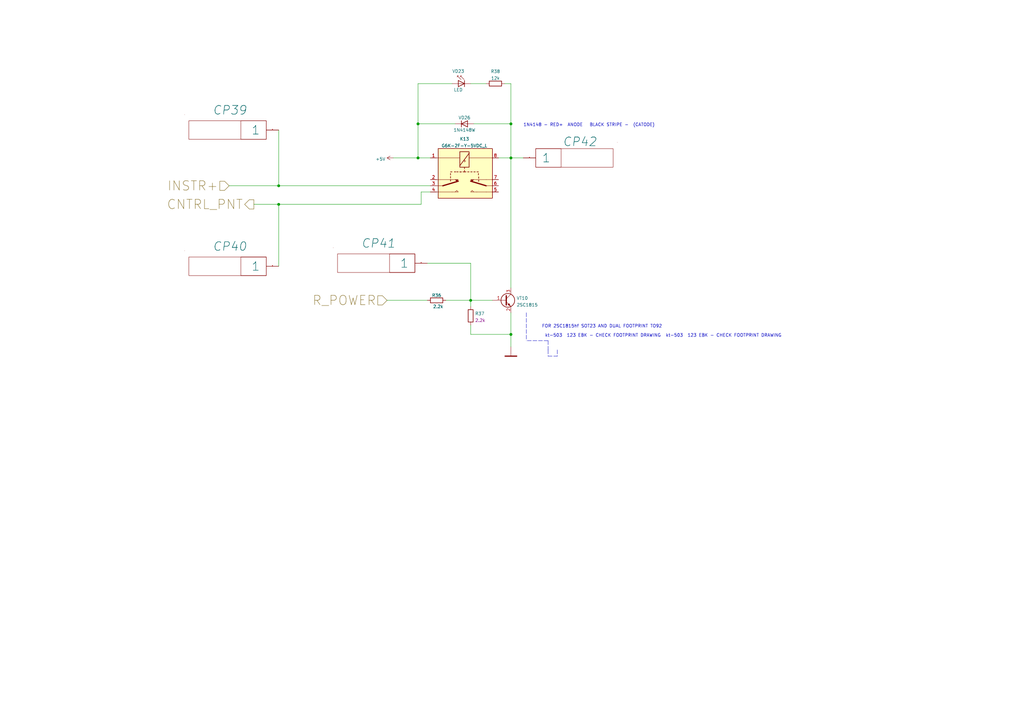
<source format=kicad_sch>
(kicad_sch (version 20210621) (generator eeschema)

  (uuid b1c3f166-4e03-4521-a05b-21af1db75cfa)

  (paper "A3")

  (lib_symbols
    (symbol "Diode:1N4148W" (pin_numbers hide) (pin_names (offset 1.016) hide) (in_bom yes) (on_board yes)
      (property "Reference" "D" (id 0) (at 0 2.54 0)
        (effects (font (size 1.27 1.27)))
      )
      (property "Value" "1N4148W" (id 1) (at 0 -2.54 0)
        (effects (font (size 1.27 1.27)))
      )
      (property "Footprint" "Diode_SMD:D_SOD-123" (id 2) (at 0 -4.445 0)
        (effects (font (size 1.27 1.27)) hide)
      )
      (property "Datasheet" "https://www.vishay.com/docs/85748/1n4148w.pdf" (id 3) (at 0 0 0)
        (effects (font (size 1.27 1.27)) hide)
      )
      (property "ki_keywords" "diode" (id 4) (at 0 0 0)
        (effects (font (size 1.27 1.27)) hide)
      )
      (property "ki_description" "75V 0.15A Fast Switching Diode, SOD-123" (id 5) (at 0 0 0)
        (effects (font (size 1.27 1.27)) hide)
      )
      (property "ki_fp_filters" "D*SOD?123*" (id 6) (at 0 0 0)
        (effects (font (size 1.27 1.27)) hide)
      )
      (symbol "1N4148W_0_1"
        (polyline
          (pts
            (xy -1.27 1.27)
            (xy -1.27 -1.27)
          )
          (stroke (width 0.254)) (fill (type none))
        )
        (polyline
          (pts
            (xy 1.27 0)
            (xy -1.27 0)
          )
          (stroke (width 0)) (fill (type none))
        )
        (polyline
          (pts
            (xy 1.27 1.27)
            (xy 1.27 -1.27)
            (xy -1.27 0)
            (xy 1.27 1.27)
          )
          (stroke (width 0.254)) (fill (type none))
        )
      )
      (symbol "1N4148W_1_1"
        (pin passive line (at -3.81 0 0) (length 2.54)
          (name "K" (effects (font (size 1.27 1.27))))
          (number "1" (effects (font (size 1.27 1.27))))
        )
        (pin passive line (at 3.81 0 180) (length 2.54)
          (name "A" (effects (font (size 1.27 1.27))))
          (number "2" (effects (font (size 1.27 1.27))))
        )
      )
    )
    (symbol "[LTM][Power]:GND" (power) (pin_numbers hide) (pin_names (offset 0) hide) (in_bom yes) (on_board yes)
      (property "Reference" "#PWR" (id 0) (at 0 1.27 0)
        (effects (font (size 1.524 1.524)) hide)
      )
      (property "Value" "GND" (id 1) (at 0 -6.35 0)
        (effects (font (size 2.54 2.54) italic) hide)
      )
      (property "Footprint" "" (id 2) (at 0 0 0)
        (effects (font (size 1.524 1.524)))
      )
      (property "Datasheet" "" (id 3) (at 0 0 0)
        (effects (font (size 1.524 1.524)) hide)
      )
      (symbol "GND_0_1"
        (rectangle (start -2.4892 -3.683) (end 2.4892 -3.9878)
          (stroke (width 0)) (fill (type outline))
        )
        (polyline
          (pts
            (xy 0 0)
            (xy 0 -3.81)
          )
          (stroke (width 0)) (fill (type none))
        )
      )
      (symbol "GND_1_1"
        (pin power_in line (at 0 0 270) (length 0) hide
          (name "GND" (effects (font (size 1.27 1.27))))
          (number "1" (effects (font (size 1.27 1.27))))
        )
      )
    )
    (symbol "[LTM][Resistors][É1-12][0805][2012M][5]:R1-12-0,125-12kOhm-5%-M" (pin_numbers hide) (pin_names (offset 0) hide) (in_bom yes) (on_board yes)
      (property "Reference" "R" (id 0) (at 0 3.81 0)
        (effects (font (size 2.0066 2.0066) italic))
      )
      (property "Value" "R1-12-0,125-12kOhm-5%-M" (id 1) (at 1.27 82.55 0)
        (effects (font (size 2.54 2.54) italic) hide)
      )
      (property "Footprint" "[LTM][FP][Resistors]:[LTM][R][0805][2012M]" (id 2) (at 0 78.74 0)
        (effects (font (size 2.54 2.54) italic) hide)
      )
      (property "Datasheet" "LTM_DataSheet/Каталог_ОАО_НПО_ЭРКОН.pdf" (id 3) (at 0 74.93 0)
        (effects (font (size 2.54 2.54) italic) hide)
      )
      (property "ValueName" "12 к" (id 4) (at 0 -3.81 0)
        (effects (font (size 2.0066 2.0066) italic))
      )
      (property "ValueGroup" "Резисторы" (id 5) (at 0 71.12 0)
        (effects (font (size 2.54 2.54) italic) hide)
      )
      (property "ValueGOST" "Р1-12-0,125-12 кОм ±5%-М-\"А\"" (id 6) (at 0 67.31 0)
        (effects (font (size 2.54 2.54) italic) hide)
      )
      (property "ValueTU" "АЛЯР.434110.005 ТУ" (id 7) (at 0 63.5 0)
        (effects (font (size 2.54 2.54) italic) hide)
      )
      (property "ValueManufacturer" "ОАО НПО «ЭРКОН»" (id 8) (at 0 59.69 0)
        (effects (font (size 2.54 2.54) italic) hide)
      )
      (property "ValueTemp_1" "АЛЯР.434110.005 ТУ" (id 9) (at 0 55.88 0)
        (effects (font (size 2.54 2.54) italic) hide)
      )
      (property "ValueSupplier" "ОАО НПО «ЭРКОН»" (id 10) (at 0 52.07 0)
        (effects (font (size 2.54 2.54) italic) hide)
      )
      (property "ValueAnalog" "SMD-0805-0,125Вт-12кОм±5%" (id 11) (at 0 48.26 0)
        (effects (font (size 2.54 2.54) italic) hide)
      )
      (property "ValueTemperature" "от минус 60 ⁰C до + 155 ⁰C" (id 12) (at 0 44.45 0)
        (effects (font (size 2.54 2.54) italic) hide)
      )
      (property "ValueNote" "-" (id 13) (at 0 40.64 0)
        (effects (font (size 2.54 2.54) italic) hide)
      )
      (property "ValueTemp_2" "-" (id 14) (at 0 38.1 0)
        (effects (font (size 2.54 2.54) italic) hide)
      )
      (property "ValueTemp_3" "-" (id 15) (at 0 35.56 0)
        (effects (font (size 2.54 2.54) italic) hide)
      )
      (property "ValueTemp_4" "-" (id 16) (at 0 33.02 0)
        (effects (font (size 2.54 2.54) italic) hide)
      )
      (property "ValueTemp_5" "-" (id 17) (at 0 30.48 0)
        (effects (font (size 2.54 2.54) italic) hide)
      )
      (property "ValueR" "12000" (id 18) (at 0 27.94 0)
        (effects (font (size 2.54 2.54) italic) hide)
      )
      (property "ki_description" "Резистор керамический толстопленочный" (id 19) (at 0 0 0)
        (effects (font (size 1.27 1.27)) hide)
      )
      (property "ki_fp_filters" "[LTM][R]* R_*" (id 20) (at 0 0 0)
        (effects (font (size 1.27 1.27)) hide)
      )
      (symbol "R1-12-0,125-12kOhm-5%-M_0_1"
        (rectangle (start -5.08 1.905) (end 5.08 -1.905)
          (stroke (width 0)) (fill (type none))
        )
      )
      (symbol "R1-12-0,125-12kOhm-5%-M_1_1"
        (pin passive line (at -10.16 0 0) (length 5.08)
          (name "~" (effects (font (size 2.54 2.54))))
          (number "1" (effects (font (size 2.54 2.54))))
        )
        (pin passive line (at 10.16 0 180) (length 5.08)
          (name "~" (effects (font (size 2.54 2.54))))
          (number "2" (effects (font (size 2.54 2.54))))
        )
      )
    )
    (symbol "[LTM][Resistors][É1-12][0805][2012M][5]:R1-12-0,125-2,2kOhm-5%-M" (pin_numbers hide) (pin_names (offset 0) hide) (in_bom yes) (on_board yes)
      (property "Reference" "R" (id 0) (at 0 3.81 0)
        (effects (font (size 2.0066 2.0066) italic))
      )
      (property "Value" "R1-12-0,125-2,2kOhm-5%-M" (id 1) (at 1.27 82.55 0)
        (effects (font (size 2.54 2.54) italic) hide)
      )
      (property "Footprint" "[LTM][FP][Resistors]:[LTM][R][0805][2012M]" (id 2) (at 0 78.74 0)
        (effects (font (size 2.54 2.54) italic) hide)
      )
      (property "Datasheet" "LTM_DataSheet/Каталог_ОАО_НПО_ЭРКОН.pdf" (id 3) (at 0 74.93 0)
        (effects (font (size 2.54 2.54) italic) hide)
      )
      (property "ValueName" "2,2 к" (id 4) (at 0 -3.81 0)
        (effects (font (size 2.0066 2.0066) italic))
      )
      (property "ValueGroup" "Резисторы" (id 5) (at 0 71.12 0)
        (effects (font (size 2.54 2.54) italic) hide)
      )
      (property "ValueGOST" "Р1-12-0,125-2,2 кОм ±5%-М-\"А\"" (id 6) (at 0 67.31 0)
        (effects (font (size 2.54 2.54) italic) hide)
      )
      (property "ValueTU" "АЛЯР.434110.005 ТУ" (id 7) (at 0 63.5 0)
        (effects (font (size 2.54 2.54) italic) hide)
      )
      (property "ValueManufacturer" "ОАО НПО «ЭРКОН»" (id 8) (at 0 59.69 0)
        (effects (font (size 2.54 2.54) italic) hide)
      )
      (property "ValueTemp_1" "АЛЯР.434110.005 ТУ" (id 9) (at 0 55.88 0)
        (effects (font (size 2.54 2.54) italic) hide)
      )
      (property "ValueSupplier" "ОАО НПО «ЭРКОН»" (id 10) (at 0 52.07 0)
        (effects (font (size 2.54 2.54) italic) hide)
      )
      (property "ValueAnalog" "SMD-0805-0,125Вт-2,2кОм±5%" (id 11) (at 0 48.26 0)
        (effects (font (size 2.54 2.54) italic) hide)
      )
      (property "ValueTemperature" "от минус 60 ⁰C до + 155 ⁰C" (id 12) (at 0 44.45 0)
        (effects (font (size 2.54 2.54) italic) hide)
      )
      (property "ValueNote" "-" (id 13) (at 0 40.64 0)
        (effects (font (size 2.54 2.54) italic) hide)
      )
      (property "ValueTemp_2" "-" (id 14) (at 0 38.1 0)
        (effects (font (size 2.54 2.54) italic) hide)
      )
      (property "ValueTemp_3" "-" (id 15) (at 0 35.56 0)
        (effects (font (size 2.54 2.54) italic) hide)
      )
      (property "ValueTemp_4" "-" (id 16) (at 0 33.02 0)
        (effects (font (size 2.54 2.54) italic) hide)
      )
      (property "ValueTemp_5" "-" (id 17) (at 0 30.48 0)
        (effects (font (size 2.54 2.54) italic) hide)
      )
      (property "ValueR" "2200" (id 18) (at 0 27.94 0)
        (effects (font (size 2.54 2.54) italic) hide)
      )
      (property "ki_description" "Резистор керамический толстопленочный" (id 19) (at 0 0 0)
        (effects (font (size 1.27 1.27)) hide)
      )
      (property "ki_fp_filters" "[LTM][R]* R_*" (id 20) (at 0 0 0)
        (effects (font (size 1.27 1.27)) hide)
      )
      (symbol "R1-12-0,125-2,2kOhm-5%-M_0_1"
        (rectangle (start -5.08 1.905) (end 5.08 -1.905)
          (stroke (width 0)) (fill (type none))
        )
      )
      (symbol "R1-12-0,125-2,2kOhm-5%-M_1_1"
        (pin passive line (at -10.16 0 0) (length 5.08)
          (name "~" (effects (font (size 2.54 2.54))))
          (number "1" (effects (font (size 2.54 2.54))))
        )
        (pin passive line (at 10.16 0 180) (length 5.08)
          (name "~" (effects (font (size 2.54 2.54))))
          (number "2" (effects (font (size 2.54 2.54))))
        )
      )
    )
    (symbol "my_Library:12k" (pin_numbers hide) (pin_names (offset 0)) (in_bom yes) (on_board yes)
      (property "Reference" "R" (id 0) (at 0 2.032 0)
        (effects (font (size 1.27 1.27)))
      )
      (property "Value" "12k" (id 1) (at 0.635 -2.54 0)
        (effects (font (size 1.27 1.27)))
      )
      (property "Footprint" "my_Library_ftprint:R_0805_2012Metric" (id 2) (at 0 -1.778 0)
        (effects (font (size 1.27 1.27)) hide)
      )
      (property "Datasheet" "~" (id 3) (at 0 0 90)
        (effects (font (size 1.27 1.27)) hide)
      )
      (property "ki_keywords" "R res resistor" (id 4) (at 0 0 0)
        (effects (font (size 1.27 1.27)) hide)
      )
      (property "ki_description" "Resistor" (id 5) (at 0 0 0)
        (effects (font (size 1.27 1.27)) hide)
      )
      (property "ki_fp_filters" "R_*" (id 6) (at 0 0 0)
        (effects (font (size 1.27 1.27)) hide)
      )
      (symbol "12k_0_1"
        (rectangle (start 2.54 -1.016) (end -2.54 1.016)
          (stroke (width 0.254)) (fill (type none))
        )
      )
      (symbol "12k_1_1"
        (pin passive line (at -3.81 0 0) (length 1.27)
          (name "~" (effects (font (size 1.27 1.27))))
          (number "1" (effects (font (size 1.27 1.27))))
        )
        (pin passive line (at 3.81 0 180) (length 1.27)
          (name "~" (effects (font (size 1.27 1.27))))
          (number "2" (effects (font (size 1.27 1.27))))
        )
      )
    )
    (symbol "my_Library:1N4148W" (pin_numbers hide) (pin_names (offset 1.016) hide) (in_bom yes) (on_board yes)
      (property "Reference" "VD" (id 0) (at 0 2.54 0)
        (effects (font (size 1.27 1.27)))
      )
      (property "Value" "1N4148W" (id 1) (at 0 -2.54 0)
        (effects (font (size 1.27 1.27)))
      )
      (property "Footprint" "my_Library_ftprint:D_SOD-123" (id 2) (at 0 -4.445 0)
        (effects (font (size 1.27 1.27)) hide)
      )
      (property "Datasheet" "https://assets.nexperia.com/documents/data-sheet/1N4148_1N4448.pdf" (id 3) (at 0 0 0)
        (effects (font (size 1.27 1.27)) hide)
      )
      (property "ki_keywords" "diode" (id 4) (at 0 0 0)
        (effects (font (size 1.27 1.27)) hide)
      )
      (property "ki_description" "100V 0.15A standard switching diode, DO-35" (id 5) (at 0 0 0)
        (effects (font (size 1.27 1.27)) hide)
      )
      (property "ki_fp_filters" "D*DO?35*" (id 6) (at 0 0 0)
        (effects (font (size 1.27 1.27)) hide)
      )
      (symbol "1N4148W_0_1"
        (polyline
          (pts
            (xy -1.27 1.27)
            (xy -1.27 -1.27)
          )
          (stroke (width 0.254)) (fill (type none))
        )
        (polyline
          (pts
            (xy 1.27 0)
            (xy -1.27 0)
          )
          (stroke (width 0)) (fill (type none))
        )
        (polyline
          (pts
            (xy 1.27 1.27)
            (xy 1.27 -1.27)
            (xy -1.27 0)
            (xy 1.27 1.27)
          )
          (stroke (width 0.254)) (fill (type none))
        )
      )
      (symbol "1N4148W_1_1"
        (pin passive line (at -3.81 0 0) (length 2.54)
          (name "K" (effects (font (size 1.27 1.27))))
          (number "1" (effects (font (size 1.27 1.27))))
        )
        (pin passive line (at 3.81 0 180) (length 2.54)
          (name "A" (effects (font (size 1.27 1.27))))
          (number "2" (effects (font (size 1.27 1.27))))
        )
      )
    )
    (symbol "my_Library:2.2k" (pin_numbers hide) (pin_names (offset 0)) (in_bom yes) (on_board yes)
      (property "Reference" "R" (id 0) (at 0 2.032 0)
        (effects (font (size 1.27 1.27)))
      )
      (property "Value" "2.2k" (id 1) (at 0.635 -2.54 0)
        (effects (font (size 1.27 1.27)))
      )
      (property "Footprint" "my_Library_ftprint:R_0805_2012Metric" (id 2) (at 0 -1.778 0)
        (effects (font (size 1.27 1.27)) hide)
      )
      (property "Datasheet" "~" (id 3) (at 0 0 90)
        (effects (font (size 1.27 1.27)) hide)
      )
      (property "ki_keywords" "R res resistor" (id 4) (at 0 0 0)
        (effects (font (size 1.27 1.27)) hide)
      )
      (property "ki_description" "Resistor" (id 5) (at 0 0 0)
        (effects (font (size 1.27 1.27)) hide)
      )
      (property "ki_fp_filters" "R_*" (id 6) (at 0 0 0)
        (effects (font (size 1.27 1.27)) hide)
      )
      (symbol "2.2k_0_1"
        (rectangle (start 2.54 -1.016) (end -2.54 1.016)
          (stroke (width 0.254)) (fill (type none))
        )
      )
      (symbol "2.2k_1_1"
        (pin passive line (at -3.81 0 0) (length 1.27)
          (name "~" (effects (font (size 1.27 1.27))))
          (number "1" (effects (font (size 1.27 1.27))))
        )
        (pin passive line (at 3.81 0 180) (length 1.27)
          (name "~" (effects (font (size 1.27 1.27))))
          (number "2" (effects (font (size 1.27 1.27))))
        )
      )
    )
    (symbol "my_Library:2.2kvert" (pin_numbers hide) (pin_names (offset 0)) (in_bom yes) (on_board yes)
      (property "Reference" "R" (id 0) (at 3.175 1.905 0)
        (effects (font (size 1.27 1.27)))
      )
      (property "Value" "2.2kvert" (id 1) (at -7.62 0 0)
        (effects (font (size 1.27 1.27)) hide)
      )
      (property "Footprint" "my_Library_ftprint:R_0805_2012Metric" (id 2) (at -1.778 0 90)
        (effects (font (size 1.27 1.27)) hide)
      )
      (property "Datasheet" "~" (id 3) (at 0 0 0)
        (effects (font (size 1.27 1.27)) hide)
      )
      (property "volume" "2.2k" (id 4) (at 3.81 -1.27 0)
        (effects (font (size 1.27 1.27)))
      )
      (property "Field5" "" (id 5) (at 0 0 0)
        (effects (font (size 1.27 1.27)))
      )
      (property "ki_keywords" "R res resistor" (id 6) (at 0 0 0)
        (effects (font (size 1.27 1.27)) hide)
      )
      (property "ki_description" "Resistor" (id 7) (at 0 0 0)
        (effects (font (size 1.27 1.27)) hide)
      )
      (property "ki_fp_filters" "R_*" (id 8) (at 0 0 0)
        (effects (font (size 1.27 1.27)) hide)
      )
      (symbol "2.2kvert_0_1"
        (rectangle (start -1.016 -2.54) (end 1.016 2.54)
          (stroke (width 0.254)) (fill (type none))
        )
      )
      (symbol "2.2kvert_1_1"
        (pin passive line (at 0 3.81 270) (length 1.27)
          (name "~" (effects (font (size 1.27 1.27))))
          (number "1" (effects (font (size 1.27 1.27))))
        )
        (pin passive line (at 0 -3.81 90) (length 1.27)
          (name "~" (effects (font (size 1.27 1.27))))
          (number "2" (effects (font (size 1.27 1.27))))
        )
      )
    )
    (symbol "my_Library:2SC1815" (pin_names (offset 0) hide) (in_bom yes) (on_board yes)
      (property "Reference" "VT" (id 0) (at 5.08 1.905 0)
        (effects (font (size 1.27 1.27)) (justify left))
      )
      (property "Value" "2SC1815" (id 1) (at 5.08 0 0)
        (effects (font (size 1.27 1.27)) (justify left))
      )
      (property "Footprint" "my_Library_ftprint:SOT-23_MY_C_E_Silk" (id 2) (at 5.08 -1.905 0)
        (effects (font (size 1.27 1.27) italic) (justify left) hide)
      )
      (property "Datasheet" "https://media.digikey.com/pdf/Data%20Sheets/Toshiba%20PDFs/2SC1815.pdf" (id 3) (at 0 0 0)
        (effects (font (size 1.27 1.27)) (justify left) hide)
      )
      (property "ki_keywords" "Low Noise Audio NPN Transistor" (id 4) (at 0 0 0)
        (effects (font (size 1.27 1.27)) hide)
      )
      (property "ki_description" "0.15A Ic, 50V Vce, Low Noise Audio NPN Transistor, TO-92" (id 5) (at 0 0 0)
        (effects (font (size 1.27 1.27)) hide)
      )
      (property "ki_fp_filters" "TO?92*" (id 6) (at 0 0 0)
        (effects (font (size 1.27 1.27)) hide)
      )
      (symbol "2SC1815_0_1"
        (circle (center 1.27 0) (radius 2.8194) (stroke (width 0.254)) (fill (type none)))
        (polyline
          (pts
            (xy 0 0)
            (xy 0.508 0)
          )
          (stroke (width 0)) (fill (type none))
        )
        (polyline
          (pts
            (xy 0.635 0.635)
            (xy 2.54 2.54)
          )
          (stroke (width 0)) (fill (type none))
        )
        (polyline
          (pts
            (xy 0.635 -0.635)
            (xy 2.54 -2.54)
            (xy 2.54 -2.54)
          )
          (stroke (width 0)) (fill (type none))
        )
        (polyline
          (pts
            (xy 0.635 1.905)
            (xy 0.635 -1.905)
            (xy 0.635 -1.905)
          )
          (stroke (width 0.508)) (fill (type none))
        )
        (polyline
          (pts
            (xy 1.27 -1.778)
            (xy 1.778 -1.27)
            (xy 2.286 -2.286)
            (xy 1.27 -1.778)
            (xy 1.27 -1.778)
          )
          (stroke (width 0)) (fill (type outline))
        )
      )
      (symbol "2SC1815_1_1"
        (pin input line (at -5.08 0 0) (length 5.08)
          (name "B" (effects (font (size 1.27 1.27))))
          (number "1" (effects (font (size 1.27 1.27))))
        )
        (pin passive line (at 2.54 -5.08 90) (length 2.54)
          (name "E" (effects (font (size 1.27 1.27))))
          (number "2" (effects (font (size 1.27 1.27))))
        )
        (pin passive line (at 2.54 5.08 270) (length 2.54)
          (name "C" (effects (font (size 1.27 1.27))))
          (number "3" (effects (font (size 1.27 1.27))))
        )
      )
    )
    (symbol "my_Library:2SC1815_SOT_23" (pin_names (offset 0) hide) (in_bom yes) (on_board yes)
      (property "Reference" "Q" (id 0) (at 5.08 1.905 0)
        (effects (font (size 1.27 1.27)) (justify left))
      )
      (property "Value" "2SC1815_SOT_23" (id 1) (at 5.08 0 0)
        (effects (font (size 1.27 1.27)) (justify left))
      )
      (property "Footprint" "Package_TO_SOT_SMD:SOT-23" (id 2) (at 5.08 -1.905 0)
        (effects (font (size 1.27 1.27) italic) (justify left) hide)
      )
      (property "Datasheet" "https://media.digikey.com/pdf/Data%20Sheets/Toshiba%20PDFs/2SC1815.pdf" (id 3) (at 0 0 0)
        (effects (font (size 1.27 1.27)) (justify left) hide)
      )
      (property "ki_keywords" "Low Noise Audio NPN Transistor" (id 4) (at 0 0 0)
        (effects (font (size 1.27 1.27)) hide)
      )
      (property "ki_description" "0.15A Ic, 50V Vce, Low Noise Audio NPN Transistor, TO-92/SOT23" (id 5) (at 0 0 0)
        (effects (font (size 1.27 1.27)) hide)
      )
      (property "ki_fp_filters" "TO?92*" (id 6) (at 0 0 0)
        (effects (font (size 1.27 1.27)) hide)
      )
      (symbol "2SC1815_SOT_23_0_1"
        (circle (center 1.27 0) (radius 2.8194) (stroke (width 0.254)) (fill (type none)))
        (polyline
          (pts
            (xy 0 0)
            (xy 0.508 0)
          )
          (stroke (width 0)) (fill (type none))
        )
        (polyline
          (pts
            (xy 0.635 0.635)
            (xy 2.54 2.54)
          )
          (stroke (width 0)) (fill (type none))
        )
        (polyline
          (pts
            (xy 0.635 -0.635)
            (xy 2.54 -2.54)
            (xy 2.54 -2.54)
          )
          (stroke (width 0)) (fill (type none))
        )
        (polyline
          (pts
            (xy 0.635 1.905)
            (xy 0.635 -1.905)
            (xy 0.635 -1.905)
          )
          (stroke (width 0.508)) (fill (type none))
        )
        (polyline
          (pts
            (xy 1.27 -1.778)
            (xy 1.778 -1.27)
            (xy 2.286 -2.286)
            (xy 1.27 -1.778)
            (xy 1.27 -1.778)
          )
          (stroke (width 0)) (fill (type outline))
        )
      )
      (symbol "2SC1815_SOT_23_1_1"
        (pin input line (at -5.08 0 0) (length 5.08)
          (name "1" (effects (font (size 1.27 1.27))))
          (number "1" (effects (font (size 1.27 1.27))))
        )
        (pin passive line (at 2.54 -5.08 90) (length 2.54)
          (name "E" (effects (font (size 1.27 1.27))))
          (number "2" (effects (font (size 1.27 1.27))))
        )
        (pin passive line (at 2.54 5.08 270) (length 2.54)
          (name "C" (effects (font (size 1.27 1.27))))
          (number "3" (effects (font (size 1.27 1.27))))
        )
      )
    )
    (symbol "my_Library:CP" (pin_numbers hide) (pin_names (offset 0) hide) (in_bom yes) (on_board yes)
      (property "Reference" "CP?" (id 0) (at -16.51 5.08 0)
        (effects (font (size 2.0066 2.0066) italic))
      )
      (property "Value" "CP" (id 1) (at -101.6 0 0)
        (effects (font (size 2.0066 2.0066) italic) hide)
      )
      (property "Footprint" "[LTM][FP][Connectors][SNP346]:[LTM][X][1x01][P2.54mm][V][PH]" (id 2) (at -101.6 -2.54 0)
        (effects (font (size 2.0066 2.0066) italic) hide)
      )
      (property "Datasheet" "C:/Program Files/KiCad/share/LTM_DataSheet/Каталог_АО_Электродеталь.pdf" (id 3) (at -101.6 -5.08 0)
        (effects (font (size 2.0066 2.0066) italic) hide)
      )
      (property "ValueName" "Вилка СНП346-1ВП22-1" (id 4) (at -17.5895 13.097 0)
        (effects (font (size 2.0066 2.0066) italic) hide)
      )
      (property "ValueGroup" "Соединители" (id 5) (at -101.6 -7.62 0)
        (effects (font (size 2.0066 2.0066) italic) hide)
      )
      (property "ValueGOST" "Вилка СНП346-1ВП22-1" (id 6) (at -101.6 -10.16 0)
        (effects (font (size 2.0066 2.0066) italic) hide)
      )
      (property "ValueTU" "РЮМК.430420.011ТУ" (id 7) (at -101.6 -12.7 0)
        (effects (font (size 2.0066 2.0066) italic) hide)
      )
      (property "ValueManufacturer" "ф. АО «Электродеталь»" (id 8) (at -101.6 -15.24 0)
        (effects (font (size 2.0066 2.0066) italic) hide)
      )
      (property "ValueTemp_1" "РЮМК.430420.011ТУ" (id 9) (at -101.6 -17.78 0)
        (effects (font (size 2.0066 2.0066) italic) hide)
      )
      (property "ValueSupplier" "ф. АО «Электродеталь»" (id 10) (at -101.6 -20.32 0)
        (effects (font (size 2.0066 2.0066) italic) hide)
      )
      (property "ValueAnalog" "PLS-1" (id 11) (at -101.6 -22.86 0)
        (effects (font (size 2.0066 2.0066) italic) hide)
      )
      (property "ValueTemperature" "от минус 60 ⁰C до + 85 ⁰C" (id 12) (at -101.6 -25.4 0)
        (effects (font (size 2.0066 2.0066) italic) hide)
      )
      (property "ValueNote" "-" (id 13) (at -101.6 -27.94 0)
        (effects (font (size 2.0066 2.0066) italic) hide)
      )
      (property "ValueTemp_2" "-" (id 14) (at -101.6 -30.48 0)
        (effects (font (size 2.0066 2.0066) italic) hide)
      )
      (property "ValueTemp_3" "-" (id 15) (at -101.6 -33.02 0)
        (effects (font (size 2.0066 2.0066) italic) hide)
      )
      (property "ValueTemp_4" "-" (id 16) (at -101.6 -35.56 0)
        (effects (font (size 2.0066 2.0066) italic) hide)
      )
      (property "ValueTemp_5" "-" (id 17) (at -101.6 -38.1 0)
        (effects (font (size 2.0066 2.0066) italic) hide)
      )
      (property "PIN1" "1" (id 18) (at -17.5895 8.86 0)
        (effects (font (size 2.0066 2.0066) italic) hide)
      )
      (property "ki_keywords" "СНП346, PLS" (id 19) (at 0 0 0)
        (effects (font (size 1.27 1.27)) hide)
      )
      (property "ki_description" "Вилка на плату прямая однорядная, шаг = 2,54 мм" (id 20) (at 0 0 0)
        (effects (font (size 1.27 1.27)) hide)
      )
      (property "ki_fp_filters" "*[LTM][FP][Connectors][SNP346]:[LTM][X]*" (id 21) (at 0 0 0)
        (effects (font (size 1.27 1.27)) hide)
      )
      (symbol "CP_0_0"
        (rectangle (start -35.56 2.54) (end -5.08 -2.54)
          (stroke (width 0)) (fill (type none))
        )
        (polyline
          (pts
            (xy -35.56 2.54)
            (xy -5.08 2.54)
          )
          (stroke (width 0)) (fill (type none))
        )
        (polyline
          (pts
            (xy -15.24 2.54)
            (xy -15.24 -2.54)
          )
          (stroke (width 0)) (fill (type none))
        )
      )
      (symbol "CP_1_1"
        (text "1" (at -10.414 0 0)
          (effects (font (size 2.0066 2.0066) italic))
        )
        (pin passive line (at 0 0 180) (length 5.08)
          (name "1" (effects (font (size 2.0066 2.0066))))
          (number "1" (effects (font (size 2.0066 2.0066))))
        )
      )
    )
    (symbol "my_Library:CP_L" (pin_names (offset 2.54)) (in_bom yes) (on_board yes)
      (property "Reference" "CP" (id 0) (at -21.336 7.874 0)
        (effects (font (size 3.556 3.556) italic))
      )
      (property "Value" "CP_L" (id 1) (at -101.6 0 0)
        (effects (font (size 2.0066 2.0066) italic) hide)
      )
      (property "Footprint" "my_Library_ftprint:PinHeader_1x01_P2.54mm_Vertical" (id 2) (at -101.6 -2.54 0)
        (effects (font (size 2.0066 2.0066) italic) hide)
      )
      (property "Datasheet" "" (id 3) (at -101.6 -5.08 0)
        (effects (font (size 2.0066 2.0066) italic) hide)
      )
      (property "ValueName" "ВИЛКА НА ПЛАТУ 2.5 ММ ШАГ" (id 4) (at -21.336 -23.622 0)
        (effects (font (size 2.0066 2.0066) italic) hide)
      )
      (property "ValueGroup" "Соединители" (id 5) (at -101.6 -7.62 0)
        (effects (font (size 2.0066 2.0066) italic) hide)
      )
      (property "ValueGOST" "розетка СНП346-5PП21-1" (id 6) (at -101.6 -10.16 0)
        (effects (font (size 2.0066 2.0066) italic) hide)
      )
      (property "ValueTU" "РЮМК.430420.011ТУ" (id 7) (at -101.6 -12.7 0)
        (effects (font (size 2.0066 2.0066) italic) hide)
      )
      (property "ValueManufacturer" "ф. АО «Электродеталь»" (id 8) (at -101.6 -15.24 0)
        (effects (font (size 2.0066 2.0066) italic) hide)
      )
      (property "ValueTemp_1" "РЮМК.430420.011ТУ" (id 9) (at -101.6 -17.78 0)
        (effects (font (size 2.0066 2.0066) italic) hide)
      )
      (property "ValueSupplier" "ф. АО «Электродеталь»" (id 10) (at -101.6 -20.32 0)
        (effects (font (size 2.0066 2.0066) italic) hide)
      )
      (property "ValueAnalog" "PLD-10 DS-1021" (id 11) (at -101.6 -22.86 0)
        (effects (font (size 2.0066 2.0066) italic) hide)
      )
      (property "ValueTemperature" "от минус 60 ⁰C до + 85 ⁰C" (id 12) (at -101.6 -25.4 0)
        (effects (font (size 2.0066 2.0066) italic) hide)
      )
      (property "ValueNote" "-" (id 13) (at -101.6 -27.94 0)
        (effects (font (size 2.0066 2.0066) italic) hide)
      )
      (property "ValueTemp_2" "-" (id 14) (at -101.6 -30.48 0)
        (effects (font (size 2.0066 2.0066) italic) hide)
      )
      (property "ValueTemp_3" "-" (id 15) (at -101.6 -33.02 0)
        (effects (font (size 2.0066 2.0066) italic) hide)
      )
      (property "ValueTemp_4" "-" (id 16) (at -101.6 -35.56 0)
        (effects (font (size 2.0066 2.0066) italic) hide)
      )
      (property "ValueTemp_5" "-" (id 17) (at -101.6 -38.1 0)
        (effects (font (size 2.0066 2.0066) italic) hide)
      )
      (property "PIN1" "  " (id 18) (at -12.6362 37.9594 0)
        (effects (font (size 2.0066 2.0066) italic))
      )
      (property "PIN2" "   " (id 19) (at -12.6362 33.7224 0)
        (effects (font (size 2.0066 2.0066) italic))
      )
      (property "PIN3" " " (id 20) (at -12.6362 29.4854 0)
        (effects (font (size 2.0066 2.0066) italic))
      )
      (property "PIN4" "  " (id 21) (at -12.6362 25.2484 0)
        (effects (font (size 2.0066 2.0066) italic))
      )
      (property "PIN5" " " (id 22) (at -12.6362 21.0114 0)
        (effects (font (size 2.0066 2.0066) italic))
      )
      (property "ki_fp_filters" "[LTM][FP][Connectors][SNP346]:[LTM][X]*" (id 23) (at 0 0 0)
        (effects (font (size 1.27 1.27)) hide)
      )
      (symbol "CP_L_0_0"
        (pin passive line (at 0 0 180) (length 5.08)
          (name "1" (effects (font (size 3.556 3.556))))
          (number "1" (effects (font (size 0.0254 0.0254))))
        )
      )
      (symbol "CP_L_1_1"
        (text " " (at 9.906 -12.7 0)
          (effects (font (size 2.0066 2.0066) italic))
        )
        (text " " (at 9.906 -7.62 0)
          (effects (font (size 2.0066 2.0066) italic))
        )
        (text " " (at 9.906 -2.54 0)
          (effects (font (size 2.0066 2.0066) italic))
        )
        (text " " (at 9.906 2.54 0)
          (effects (font (size 2.0066 2.0066) italic))
        )
        (text " " (at 9.906 17.78 0)
          (effects (font (size 2.0066 2.0066) italic))
        )
        (text " " (at 12.446 -34.29 0)
          (effects (font (size 2.0066 2.0066) italic))
        )
        (text " " (at 12.446 -29.21 0)
          (effects (font (size 2.0066 2.0066) italic))
        )
        (text " " (at 12.446 -24.13 0)
          (effects (font (size 2.0066 2.0066) italic))
        )
        (rectangle (start -38.608 6.35) (end -38.608 6.35)
          (stroke (width 0)) (fill (type none))
        )
        (rectangle (start -36.83 3.81) (end -5.08 -3.81)
          (stroke (width 0)) (fill (type none))
        )
        (rectangle (start -15.494 3.81) (end -5.08 -3.81)
          (stroke (width 0)) (fill (type none))
        )
      )
    )
    (symbol "my_Library:CP_R" (pin_names (offset 2.54)) (in_bom yes) (on_board yes)
      (property "Reference" "CP" (id 0) (at -21.336 7.874 0)
        (effects (font (size 3.556 3.556) italic))
      )
      (property "Value" "CP_R" (id 1) (at -101.6 0 0)
        (effects (font (size 2.0066 2.0066) italic) hide)
      )
      (property "Footprint" "my_Library_ftprint:PinHeader_1x01_P2.54mm_Vertical" (id 2) (at -101.6 -2.54 0)
        (effects (font (size 2.0066 2.0066) italic) hide)
      )
      (property "Datasheet" "" (id 3) (at -101.6 -5.08 0)
        (effects (font (size 2.0066 2.0066) italic) hide)
      )
      (property "ValueName" "ВИЛКА НА ПЛАТУ 2.5 ММ ШАГ" (id 4) (at -21.336 -23.622 0)
        (effects (font (size 2.0066 2.0066) italic) hide)
      )
      (property "ValueGroup" "Соединители" (id 5) (at -101.6 -7.62 0)
        (effects (font (size 2.0066 2.0066) italic) hide)
      )
      (property "ValueGOST" "розетка СНП346-5PП21-1" (id 6) (at -101.6 -10.16 0)
        (effects (font (size 2.0066 2.0066) italic) hide)
      )
      (property "ValueTU" "РЮМК.430420.011ТУ" (id 7) (at -101.6 -12.7 0)
        (effects (font (size 2.0066 2.0066) italic) hide)
      )
      (property "ValueManufacturer" "ф. АО «Электродеталь»" (id 8) (at -101.6 -15.24 0)
        (effects (font (size 2.0066 2.0066) italic) hide)
      )
      (property "ValueTemp_1" "РЮМК.430420.011ТУ" (id 9) (at -101.6 -17.78 0)
        (effects (font (size 2.0066 2.0066) italic) hide)
      )
      (property "ValueSupplier" "ф. АО «Электродеталь»" (id 10) (at -101.6 -20.32 0)
        (effects (font (size 2.0066 2.0066) italic) hide)
      )
      (property "ValueAnalog" "PLD-10 DS-1021" (id 11) (at -101.6 -22.86 0)
        (effects (font (size 2.0066 2.0066) italic) hide)
      )
      (property "ValueTemperature" "от минус 60 ⁰C до + 85 ⁰C" (id 12) (at -101.6 -25.4 0)
        (effects (font (size 2.0066 2.0066) italic) hide)
      )
      (property "ValueNote" "-" (id 13) (at -101.6 -27.94 0)
        (effects (font (size 2.0066 2.0066) italic) hide)
      )
      (property "ValueTemp_2" "-" (id 14) (at -101.6 -30.48 0)
        (effects (font (size 2.0066 2.0066) italic) hide)
      )
      (property "ValueTemp_3" "-" (id 15) (at -101.6 -33.02 0)
        (effects (font (size 2.0066 2.0066) italic) hide)
      )
      (property "ValueTemp_4" "-" (id 16) (at -101.6 -35.56 0)
        (effects (font (size 2.0066 2.0066) italic) hide)
      )
      (property "ValueTemp_5" "-" (id 17) (at -101.6 -38.1 0)
        (effects (font (size 2.0066 2.0066) italic) hide)
      )
      (property "PIN1" "  " (id 18) (at -12.6362 37.9594 0)
        (effects (font (size 2.0066 2.0066) italic))
      )
      (property "PIN2" "   " (id 19) (at -12.6362 33.7224 0)
        (effects (font (size 2.0066 2.0066) italic))
      )
      (property "PIN3" " " (id 20) (at -12.6362 29.4854 0)
        (effects (font (size 2.0066 2.0066) italic))
      )
      (property "PIN4" "  " (id 21) (at -12.6362 25.2484 0)
        (effects (font (size 2.0066 2.0066) italic))
      )
      (property "PIN5" " " (id 22) (at -12.6362 21.0114 0)
        (effects (font (size 2.0066 2.0066) italic))
      )
      (property "ki_fp_filters" "[LTM][FP][Connectors][SNP346]:[LTM][X]*" (id 23) (at 0 0 0)
        (effects (font (size 1.27 1.27)) hide)
      )
      (symbol "CP_R_0_0"
        (pin passive line (at 0 0 180) (length 5.08)
          (name "1" (effects (font (size 3.556 3.556))))
          (number "1" (effects (font (size 0.0254 0.0254))))
        )
      )
      (symbol "CP_R_1_1"
        (text " " (at 9.906 -12.7 0)
          (effects (font (size 2.0066 2.0066) italic))
        )
        (text " " (at 9.906 -7.62 0)
          (effects (font (size 2.0066 2.0066) italic))
        )
        (text " " (at 9.906 -2.54 0)
          (effects (font (size 2.0066 2.0066) italic))
        )
        (text " " (at 9.906 2.54 0)
          (effects (font (size 2.0066 2.0066) italic))
        )
        (text " " (at 9.906 17.78 0)
          (effects (font (size 2.0066 2.0066) italic))
        )
        (text " " (at 12.446 -34.29 0)
          (effects (font (size 2.0066 2.0066) italic))
        )
        (text " " (at 12.446 -29.21 0)
          (effects (font (size 2.0066 2.0066) italic))
        )
        (text " " (at 12.446 -24.13 0)
          (effects (font (size 2.0066 2.0066) italic))
        )
        (rectangle (start -38.608 6.35) (end -38.608 6.35)
          (stroke (width 0)) (fill (type none))
        )
        (rectangle (start -36.83 3.81) (end -5.08 -3.81)
          (stroke (width 0)) (fill (type none))
        )
        (rectangle (start -15.494 3.81) (end -5.08 -3.81)
          (stroke (width 0)) (fill (type none))
        )
      )
    )
    (symbol "my_Library:G6K-2F-Y" (in_bom yes) (on_board yes)
      (property "Reference" "K" (id 0) (at 13.97 9.525 0)
        (effects (font (size 1.27 1.27)))
      )
      (property "Value" "G6K-2F-Y" (id 1) (at 14.605 -15.875 0)
        (effects (font (size 1.27 1.27)))
      )
      (property "Footprint" "Relay_SMD:Relay_DPDT_Omron_G6K-2F-Y" (id 2) (at -4.445 -19.685 0)
        (effects (font (size 1.27 1.27)) (justify left))
      )
      (property "Datasheet" "http://omronfs.omron.com/en_US/ecb/products/pdf/en-g6k.pdf" (id 3) (at 10.16 -34.925 0)
        (effects (font (size 1.27 1.27)) hide)
      )
      (property "ki_keywords" "Miniature Relay Dual Pole DPDT Omron" (id 4) (at 0 0 0)
        (effects (font (size 1.27 1.27)) hide)
      )
      (property "ki_description" "Miniature 2-pole relay, Single-side Stable" (id 5) (at 0 0 0)
        (effects (font (size 1.27 1.27)) hide)
      )
      (property "ki_fp_filters" "Relay*DPDT*Omron*G6K?2*" (id 6) (at 0 0 0)
        (effects (font (size 1.27 1.27)) hide)
      )
      (symbol "G6K-2F-Y_0_0"
        (text "+" (at 4.699 -0.889 900)
          (effects (font (size 1.27 1.27)))
        )
      )
      (symbol "G6K-2F-Y_0_1"
        (rectangle (start 13.335 3.175) (end 17.145 -3.175)
          (stroke (width 0.254)) (fill (type none))
        )
        (rectangle (start 2.54 4.445) (end 27.305 -13.97)
          (stroke (width 0.254)) (fill (type background))
        )
        (polyline
          (pts
            (xy 2.54 -12.7)
            (xy 9.525 -12.7)
          )
          (stroke (width 0.1524)) (fill (type none))
        )
        (polyline
          (pts
            (xy 2.54 0)
            (xy 5.715 0)
          )
          (stroke (width 0)) (fill (type none))
        )
        (polyline
          (pts
            (xy 5.08 -8.89)
            (xy 2.54 -8.89)
          )
          (stroke (width 0)) (fill (type none))
        )
        (polyline
          (pts
            (xy 5.08 -8.89)
            (xy 11.43 -5.715)
          )
          (stroke (width 0.508)) (fill (type none))
        )
        (polyline
          (pts
            (xy 5.715 0)
            (xy 8.89 0)
          )
          (stroke (width 0.1524)) (fill (type none))
        )
        (polyline
          (pts
            (xy 8.255 -6.985)
            (xy 8.255 -7.62)
          )
          (stroke (width 0.254)) (fill (type none))
        )
        (polyline
          (pts
            (xy 8.255 -5.715)
            (xy 8.255 -6.35)
          )
          (stroke (width 0.254)) (fill (type none))
        )
        (polyline
          (pts
            (xy 8.255 -4.445)
            (xy 8.255 -5.08)
          )
          (stroke (width 0.254)) (fill (type none))
        )
        (polyline
          (pts
            (xy 8.255 -4.445)
            (xy 8.89 -4.445)
          )
          (stroke (width 0.254)) (fill (type none))
        )
        (polyline
          (pts
            (xy 8.89 0)
            (xy 13.335 0)
          )
          (stroke (width 0.1524)) (fill (type none))
        )
        (polyline
          (pts
            (xy 9.525 -5.08)
            (xy 2.54 -5.08)
          )
          (stroke (width 0.1524)) (fill (type none))
        )
        (polyline
          (pts
            (xy 9.525 -4.445)
            (xy 10.16 -4.445)
          )
          (stroke (width 0.254)) (fill (type none))
        )
        (polyline
          (pts
            (xy 10.795 -4.445)
            (xy 11.43 -4.445)
          )
          (stroke (width 0.254)) (fill (type none))
        )
        (polyline
          (pts
            (xy 12.065 -4.445)
            (xy 12.7 -4.445)
          )
          (stroke (width 0.254)) (fill (type none))
        )
        (polyline
          (pts
            (xy 13.335 -4.445)
            (xy 13.97 -4.445)
          )
          (stroke (width 0.254)) (fill (type none))
        )
        (polyline
          (pts
            (xy 14.605 -4.445)
            (xy 15.24 -4.445)
          )
          (stroke (width 0.254)) (fill (type none))
        )
        (polyline
          (pts
            (xy 15.24 -3.175)
            (xy 15.24 -3.81)
          )
          (stroke (width 0.254)) (fill (type none))
        )
        (polyline
          (pts
            (xy 15.875 -4.445)
            (xy 16.51 -4.445)
          )
          (stroke (width 0.254)) (fill (type none))
        )
        (polyline
          (pts
            (xy 17.145 -4.445)
            (xy 17.78 -4.445)
          )
          (stroke (width 0.254)) (fill (type none))
        )
        (polyline
          (pts
            (xy 17.145 2.54)
            (xy 13.335 -2.54)
          )
          (stroke (width 0.254)) (fill (type none))
        )
        (polyline
          (pts
            (xy 18.415 -4.445)
            (xy 19.05 -4.445)
          )
          (stroke (width 0.254)) (fill (type none))
        )
        (polyline
          (pts
            (xy 19.685 -4.445)
            (xy 20.32 -4.445)
          )
          (stroke (width 0.254)) (fill (type none))
        )
        (polyline
          (pts
            (xy 20.32 -12.7)
            (xy 27.94 -12.7)
          )
          (stroke (width 0.1524)) (fill (type none))
        )
        (polyline
          (pts
            (xy 20.32 -5.08)
            (xy 27.94 -5.08)
          )
          (stroke (width 0.1524)) (fill (type none))
        )
        (polyline
          (pts
            (xy 20.32 0)
            (xy 17.145 0)
          )
          (stroke (width 0.1524)) (fill (type none))
        )
        (polyline
          (pts
            (xy 20.955 -4.445)
            (xy 21.59 -4.445)
          )
          (stroke (width 0.254)) (fill (type none))
        )
        (polyline
          (pts
            (xy 21.59 -6.985)
            (xy 21.59 -7.62)
          )
          (stroke (width 0.254)) (fill (type none))
        )
        (polyline
          (pts
            (xy 21.59 -5.715)
            (xy 21.59 -6.35)
          )
          (stroke (width 0.254)) (fill (type none))
        )
        (polyline
          (pts
            (xy 21.59 -4.445)
            (xy 21.59 -5.08)
          )
          (stroke (width 0.254)) (fill (type none))
        )
        (polyline
          (pts
            (xy 21.59 -4.445)
            (xy 21.59 -5.08)
          )
          (stroke (width 0.254)) (fill (type none))
        )
        (polyline
          (pts
            (xy 23.495 0)
            (xy 20.32 0)
          )
          (stroke (width 0)) (fill (type none))
        )
        (polyline
          (pts
            (xy 25.4 -8.89)
            (xy 18.415 -5.715)
          )
          (stroke (width 0.508)) (fill (type none))
        )
        (polyline
          (pts
            (xy 25.4 -8.89)
            (xy 27.94 -8.89)
          )
          (stroke (width 0)) (fill (type none))
        )
        (polyline
          (pts
            (xy 27.94 0)
            (xy 23.495 0)
          )
          (stroke (width 0.1524)) (fill (type none))
        )
        (polyline
          (pts
            (xy 8.89 -12.7)
            (xy 11.43 -12.7)
            (xy 10.795 -12.065)
            (xy 10.16 -12.7)
          )
          (stroke (width 0)) (fill (type none))
        )
        (polyline
          (pts
            (xy 20.32 -12.7)
            (xy 17.78 -12.7)
            (xy 18.415 -12.065)
            (xy 19.05 -12.7)
          )
          (stroke (width 0)) (fill (type none))
        )
        (polyline
          (pts
            (xy 9.525 -5.08)
            (xy 12.065 -5.08)
            (xy 11.43 -5.715)
            (xy 10.795 -5.08)
          )
          (stroke (width 0)) (fill (type outline))
        )
        (polyline
          (pts
            (xy 20.32 -5.08)
            (xy 17.78 -5.08)
            (xy 18.415 -5.715)
            (xy 19.05 -5.08)
          )
          (stroke (width 0)) (fill (type outline))
        )
      )
      (symbol "G6K-2F-Y_1_1"
        (pin passive line (at 0 0 0) (length 2.54)
          (name "~" (effects (font (size 1.27 1.27))))
          (number "1" (effects (font (size 1.27 1.27))))
        )
        (pin passive line (at 0 -5.08 0) (length 2.54)
          (name "~" (effects (font (size 1.27 1.27))))
          (number "2" (effects (font (size 1.27 1.27))))
        )
        (pin passive line (at 0 -8.89 0) (length 2.54)
          (name "~" (effects (font (size 1.27 1.27))))
          (number "3" (effects (font (size 1.27 1.27))))
        )
        (pin passive line (at 0 -12.7 0) (length 2.54)
          (name "~" (effects (font (size 1.27 1.27))))
          (number "4" (effects (font (size 1.27 1.27))))
        )
        (pin passive line (at 30.48 -12.7 180) (length 2.54)
          (name "~" (effects (font (size 1.27 1.27))))
          (number "5" (effects (font (size 1.27 1.27))))
        )
        (pin passive line (at 30.48 -8.89 180) (length 2.54)
          (name "~" (effects (font (size 1.27 1.27))))
          (number "6" (effects (font (size 1.27 1.27))))
        )
        (pin passive line (at 30.48 -5.08 180) (length 2.54)
          (name "~" (effects (font (size 1.27 1.27))))
          (number "7" (effects (font (size 1.27 1.27))))
        )
        (pin passive line (at 30.48 0 180) (length 2.54)
          (name "~" (effects (font (size 1.27 1.27))))
          (number "8" (effects (font (size 1.27 1.27))))
        )
      )
    )
    (symbol "my_Library:G6K-2F-Y-5VDC_L" (in_bom yes) (on_board yes)
      (property "Reference" "K" (id 0) (at 16.51 7.62 0)
        (effects (font (size 1.27 1.27)) (justify left))
      )
      (property "Value" "G6K-2F-Y-5VDC_L" (id 1) (at 8.255 -19.05 0)
        (effects (font (size 1.27 1.27)) (justify left))
      )
      (property "Footprint" "my_Library_ftprint:Relay_DPDT_Omron_G6K-2F-Y" (id 2) (at -11.43 -19.685 0)
        (effects (font (size 1.27 1.27)) (justify left) hide)
      )
      (property "Datasheet" "http://omronfs.omron.com/en_US/ecb/products/pdf/en-g6k.pdf" (id 3) (at 11.43 -26.67 0)
        (effects (font (size 1.27 1.27)) hide)
      )
      (property "ki_keywords" "Miniature Relay Dual Pole DPDT Omron" (id 4) (at 0 0 0)
        (effects (font (size 1.27 1.27)) hide)
      )
      (property "ki_description" "Miniature 2-pole relay, Single-side Stable" (id 5) (at 0 0 0)
        (effects (font (size 1.27 1.27)) hide)
      )
      (property "ki_fp_filters" "Relay*DPDT*Omron*G6K?2*" (id 6) (at 0 0 0)
        (effects (font (size 1.27 1.27)) hide)
      )
      (symbol "G6K-2F-Y-5VDC_L_0_0"
        (text "+" (at 13.97 -1.27 900)
          (effects (font (size 1.27 1.27)))
        )
      )
      (symbol "G6K-2F-Y-5VDC_L_0_1"
        (rectangle (start 12.065 2.54) (end 15.875 -3.81)
          (stroke (width 0.254)) (fill (type none))
        )
        (rectangle (start 3.175 3.81) (end 25.4 -16.51)
          (stroke (width 0.254)) (fill (type background))
        )
        (polyline
          (pts
            (xy 5.08 -11.43)
            (xy 2.54 -11.43)
          )
          (stroke (width 0)) (fill (type none))
        )
        (polyline
          (pts
            (xy 5.08 -11.43)
            (xy 11.43 -9.525)
          )
          (stroke (width 0.508)) (fill (type none))
        )
        (polyline
          (pts
            (xy 8.255 -8.89)
            (xy 8.255 -9.525)
          )
          (stroke (width 0.254)) (fill (type none))
        )
        (polyline
          (pts
            (xy 8.255 -7.62)
            (xy 8.255 -8.255)
          )
          (stroke (width 0.254)) (fill (type none))
        )
        (polyline
          (pts
            (xy 8.255 -6.35)
            (xy 8.255 -6.985)
          )
          (stroke (width 0.254)) (fill (type none))
        )
        (polyline
          (pts
            (xy 8.255 -5.715)
            (xy 8.89 -5.715)
          )
          (stroke (width 0.254)) (fill (type none))
        )
        (polyline
          (pts
            (xy 8.89 -13.97)
            (xy 2.54 -13.97)
          )
          (stroke (width 0.1524)) (fill (type none))
        )
        (polyline
          (pts
            (xy 8.89 -8.89)
            (xy 2.54 -8.89)
          )
          (stroke (width 0.1524)) (fill (type none))
        )
        (polyline
          (pts
            (xy 9.779 -5.715)
            (xy 10.414 -5.715)
          )
          (stroke (width 0.254)) (fill (type none))
        )
        (polyline
          (pts
            (xy 10.795 -5.715)
            (xy 11.43 -5.715)
          )
          (stroke (width 0.254)) (fill (type none))
        )
        (polyline
          (pts
            (xy 12.065 -5.715)
            (xy 12.7 -5.715)
          )
          (stroke (width 0.254)) (fill (type none))
        )
        (polyline
          (pts
            (xy 12.065 -5.715)
            (xy 12.7 -5.715)
          )
          (stroke (width 0.254)) (fill (type none))
        )
        (polyline
          (pts
            (xy 13.335 -5.715)
            (xy 13.97 -5.715)
          )
          (stroke (width 0.254)) (fill (type none))
        )
        (polyline
          (pts
            (xy 13.97 -5.715)
            (xy 14.605 -5.715)
          )
          (stroke (width 0.254)) (fill (type none))
        )
        (polyline
          (pts
            (xy 13.97 -5.08)
            (xy 13.97 -5.715)
          )
          (stroke (width 0.254)) (fill (type none))
        )
        (polyline
          (pts
            (xy 13.97 -3.81)
            (xy 13.97 -4.445)
          )
          (stroke (width 0.254)) (fill (type none))
        )
        (polyline
          (pts
            (xy 15.24 -5.715)
            (xy 15.875 -5.715)
          )
          (stroke (width 0.254)) (fill (type none))
        )
        (polyline
          (pts
            (xy 15.875 0)
            (xy 25.4 0)
          )
          (stroke (width 0.1524)) (fill (type none))
        )
        (polyline
          (pts
            (xy 15.875 1.905)
            (xy 12.065 -3.175)
          )
          (stroke (width 0.254)) (fill (type none))
        )
        (polyline
          (pts
            (xy 16.51 -5.715)
            (xy 17.145 -5.715)
          )
          (stroke (width 0.254)) (fill (type none))
        )
        (polyline
          (pts
            (xy 17.78 -5.715)
            (xy 18.415 -5.715)
          )
          (stroke (width 0.254)) (fill (type none))
        )
        (polyline
          (pts
            (xy 19.05 -5.715)
            (xy 19.685 -5.715)
          )
          (stroke (width 0.254)) (fill (type none))
        )
        (polyline
          (pts
            (xy 19.685 -6.35)
            (xy 19.685 -6.985)
          )
          (stroke (width 0.254)) (fill (type none))
        )
        (polyline
          (pts
            (xy 19.812 -9.017)
            (xy 19.812 -9.652)
          )
          (stroke (width 0.254)) (fill (type none))
        )
        (polyline
          (pts
            (xy 19.812 -7.747)
            (xy 19.812 -8.382)
          )
          (stroke (width 0.254)) (fill (type none))
        )
        (polyline
          (pts
            (xy 22.86 -13.97)
            (xy 19.05 -13.97)
          )
          (stroke (width 0.1524)) (fill (type none))
        )
        (polyline
          (pts
            (xy 22.86 -11.43)
            (xy 16.51 -9.525)
          )
          (stroke (width 0.508)) (fill (type none))
        )
        (polyline
          (pts
            (xy 22.86 -11.43)
            (xy 25.4 -11.43)
          )
          (stroke (width 0.1524)) (fill (type none))
        )
        (polyline
          (pts
            (xy 22.86 -8.89)
            (xy 19.05 -8.89)
          )
          (stroke (width 0.1524)) (fill (type none))
        )
        (polyline
          (pts
            (xy 25.4 -13.97)
            (xy 22.86 -13.97)
          )
          (stroke (width 0.1524)) (fill (type none))
        )
        (polyline
          (pts
            (xy 25.4 -8.89)
            (xy 22.86 -8.89)
          )
          (stroke (width 0.1524)) (fill (type none))
        )
        (polyline
          (pts
            (xy 12.065 0)
            (xy 2.54 0)
            (xy 3.81 0)
          )
          (stroke (width 0.1524)) (fill (type none))
        )
        (polyline
          (pts
            (xy 8.89 -13.97)
            (xy 11.43 -13.97)
            (xy 10.795 -13.335)
            (xy 10.16 -13.97)
          )
          (stroke (width 0)) (fill (type none))
        )
        (polyline
          (pts
            (xy 19.05 -13.97)
            (xy 16.51 -13.97)
            (xy 17.145 -13.335)
            (xy 17.78 -13.97)
          )
          (stroke (width 0)) (fill (type none))
        )
        (polyline
          (pts
            (xy 8.89 -8.89)
            (xy 11.43 -8.89)
            (xy 10.795 -9.525)
            (xy 10.16 -8.89)
          )
          (stroke (width 0)) (fill (type outline))
        )
        (polyline
          (pts
            (xy 19.05 -8.89)
            (xy 16.51 -8.89)
            (xy 17.145 -9.525)
            (xy 17.78 -8.89)
          )
          (stroke (width 0)) (fill (type outline))
        )
      )
      (symbol "G6K-2F-Y-5VDC_L_1_1"
        (pin passive line (at 0 0 0) (length 2.54)
          (name "~" (effects (font (size 1.27 1.27))))
          (number "1" (effects (font (size 1.27 1.27))))
        )
        (pin passive line (at 0 -8.89 0) (length 2.54)
          (name "~" (effects (font (size 1.27 1.27))))
          (number "2" (effects (font (size 1.27 1.27))))
        )
        (pin passive line (at 0 -11.43 0) (length 2.54)
          (name "~" (effects (font (size 1.27 1.27))))
          (number "3" (effects (font (size 1.27 1.27))))
        )
        (pin passive line (at 0 -13.97 0) (length 2.54)
          (name "~" (effects (font (size 1.27 1.27))))
          (number "4" (effects (font (size 1.27 1.27))))
        )
        (pin passive line (at 27.94 -13.97 180) (length 2.54)
          (name "~" (effects (font (size 1.27 1.27))))
          (number "5" (effects (font (size 1.27 1.27))))
        )
        (pin passive line (at 27.94 -11.43 180) (length 2.54)
          (name "~" (effects (font (size 1.27 1.27))))
          (number "6" (effects (font (size 1.27 1.27))))
        )
        (pin passive line (at 27.94 -8.89 180) (length 2.54)
          (name "~" (effects (font (size 1.27 1.27))))
          (number "7" (effects (font (size 1.27 1.27))))
        )
        (pin passive line (at 27.94 0 180) (length 2.54)
          (name "~" (effects (font (size 1.27 1.27))))
          (number "8" (effects (font (size 1.27 1.27))))
        )
      )
    )
    (symbol "my_Library:KP-2012EC_RED" (pin_numbers hide) (pin_names (offset 1.016) hide) (in_bom yes) (on_board yes)
      (property "Reference" "D3" (id 0) (at 1.27 7.2582 0)
        (effects (font (size 1.27 1.27)))
      )
      (property "Value" "KP-2012EC_RED" (id 1) (at 1.27 4.9595 0)
        (effects (font (size 1.27 1.27)))
      )
      (property "Footprint" "my_library_footprint:LED_0805_2012Metric_my" (id 2) (at 0 4.445 0)
        (effects (font (size 1.27 1.27)) hide)
      )
      (property "Datasheet" "http://cdn-reichelt.de/documents/datenblatt/A500/SFH4346.pdf" (id 3) (at 1.27 0 0)
        (effects (font (size 1.27 1.27)) hide)
      )
      (property "ki_keywords" "opto IR LED" (id 4) (at 0 0 0)
        (effects (font (size 1.27 1.27)) hide)
      )
      (property "ki_description" "Infrared LED , 3mm LED package" (id 5) (at 0 0 0)
        (effects (font (size 1.27 1.27)) hide)
      )
      (property "ki_fp_filters" "LED*3.0mm*IRBlack*" (id 6) (at 0 0 0)
        (effects (font (size 1.27 1.27)) hide)
      )
      (symbol "KP-2012EC_RED_0_1"
        (polyline
          (pts
            (xy -2.54 1.27)
            (xy -2.54 -1.27)
          )
          (stroke (width 0.254)) (fill (type none))
        )
        (polyline
          (pts
            (xy 0 0)
            (xy -2.54 0)
          )
          (stroke (width 0)) (fill (type none))
        )
        (polyline
          (pts
            (xy 0.381 3.175)
            (xy -0.127 3.175)
          )
          (stroke (width 0)) (fill (type none))
        )
        (polyline
          (pts
            (xy -1.143 1.651)
            (xy 0.381 3.175)
            (xy 0.381 2.667)
          )
          (stroke (width 0)) (fill (type none))
        )
        (polyline
          (pts
            (xy 0 1.27)
            (xy -2.54 0)
            (xy 0 -1.27)
            (xy 0 1.27)
          )
          (stroke (width 0.254)) (fill (type none))
        )
        (polyline
          (pts
            (xy -2.413 1.651)
            (xy -0.889 3.175)
            (xy -0.889 2.667)
            (xy -0.889 3.175)
            (xy -1.397 3.175)
          )
          (stroke (width 0)) (fill (type none))
        )
      )
      (symbol "KP-2012EC_RED_1_1"
        (pin passive line (at -5.08 0 0) (length 2.54)
          (name "K" (effects (font (size 1.27 1.27))))
          (number "1" (effects (font (size 1.27 1.27))))
        )
        (pin passive line (at 2.54 0 180) (length 2.54)
          (name "A" (effects (font (size 1.27 1.27))))
          (number "2" (effects (font (size 1.27 1.27))))
        )
      )
    )
    (symbol "my_Library:LED" (pin_numbers hide) (pin_names (offset 1.016) hide) (in_bom yes) (on_board yes)
      (property "Reference" "VD" (id 0) (at 0 5.08 0)
        (effects (font (size 1.27 1.27)))
      )
      (property "Value" "LED" (id 1) (at 0 -2.54 0)
        (effects (font (size 1.27 1.27)))
      )
      (property "Footprint" "my_Library_ftprint:LED_0805_2012Metric" (id 2) (at 1.27 -6.35 0)
        (effects (font (size 1.27 1.27)) hide)
      )
      (property "Datasheet" "http://cdn-reichelt.de/documents/datenblatt/A500/SFH4346.pdf" (id 3) (at -1.27 0 0)
        (effects (font (size 1.27 1.27)) hide)
      )
      (property "ki_keywords" "opto IR LED smd LED 0805" (id 4) (at 0 0 0)
        (effects (font (size 1.27 1.27)) hide)
      )
      (property "ki_description" "smd LED 0805" (id 5) (at 0 0 0)
        (effects (font (size 1.27 1.27)) hide)
      )
      (property "ki_fp_filters" "LED*3.0mm*IRBlack*" (id 6) (at 0 0 0)
        (effects (font (size 1.27 1.27)) hide)
      )
      (symbol "LED_0_1"
        (polyline
          (pts
            (xy -2.54 1.27)
            (xy -2.54 -1.27)
          )
          (stroke (width 0.254)) (fill (type none))
        )
        (polyline
          (pts
            (xy 0 0)
            (xy -2.54 0)
          )
          (stroke (width 0)) (fill (type none))
        )
        (polyline
          (pts
            (xy 0.381 3.175)
            (xy -0.127 3.175)
          )
          (stroke (width 0)) (fill (type none))
        )
        (polyline
          (pts
            (xy -1.143 1.651)
            (xy 0.381 3.175)
            (xy 0.381 2.667)
          )
          (stroke (width 0)) (fill (type none))
        )
        (polyline
          (pts
            (xy 0 1.27)
            (xy -2.54 0)
            (xy 0 -1.27)
            (xy 0 1.27)
          )
          (stroke (width 0.254)) (fill (type none))
        )
        (polyline
          (pts
            (xy -2.413 1.651)
            (xy -0.889 3.175)
            (xy -0.889 2.667)
            (xy -0.889 3.175)
            (xy -1.397 3.175)
          )
          (stroke (width 0)) (fill (type none))
        )
      )
      (symbol "LED_1_1"
        (pin passive line (at -5.08 0 0) (length 2.54)
          (name "K" (effects (font (size 1.27 1.27))))
          (number "1" (effects (font (size 1.27 1.27))))
        )
        (pin passive line (at 2.54 0 180) (length 2.54)
          (name "A" (effects (font (size 1.27 1.27))))
          (number "2" (effects (font (size 1.27 1.27))))
        )
      )
    )
    (symbol "power:+5V" (power) (pin_names (offset 0)) (in_bom yes) (on_board yes)
      (property "Reference" "#PWR" (id 0) (at 0 -3.81 0)
        (effects (font (size 1.27 1.27)) hide)
      )
      (property "Value" "+5V" (id 1) (at 0 3.556 0)
        (effects (font (size 1.27 1.27)))
      )
      (property "Footprint" "" (id 2) (at 0 0 0)
        (effects (font (size 1.27 1.27)) hide)
      )
      (property "Datasheet" "" (id 3) (at 0 0 0)
        (effects (font (size 1.27 1.27)) hide)
      )
      (property "ki_keywords" "power-flag" (id 4) (at 0 0 0)
        (effects (font (size 1.27 1.27)) hide)
      )
      (property "ki_description" "Power symbol creates a global label with name \"+5V\"" (id 5) (at 0 0 0)
        (effects (font (size 1.27 1.27)) hide)
      )
      (symbol "+5V_0_1"
        (polyline
          (pts
            (xy -0.762 1.27)
            (xy 0 2.54)
          )
          (stroke (width 0)) (fill (type none))
        )
        (polyline
          (pts
            (xy 0 0)
            (xy 0 2.54)
          )
          (stroke (width 0)) (fill (type none))
        )
        (polyline
          (pts
            (xy 0 2.54)
            (xy 0.762 1.27)
          )
          (stroke (width 0)) (fill (type none))
        )
      )
      (symbol "+5V_1_1"
        (pin power_in line (at 0 0 90) (length 0) hide
          (name "+5V" (effects (font (size 1.27 1.27))))
          (number "1" (effects (font (size 1.27 1.27))))
        )
      )
    )
  )

  (junction (at 114.3 76.2) (diameter 1.016) (color 0 0 0 0))
  (junction (at 114.3 83.82) (diameter 1.016) (color 0 0 0 0))
  (junction (at 171.45 50.8) (diameter 1.016) (color 0 0 0 0))
  (junction (at 171.45 64.77) (diameter 1.016) (color 0 0 0 0))
  (junction (at 193.04 123.19) (diameter 1.016) (color 0 0 0 0))
  (junction (at 209.55 50.8) (diameter 1.016) (color 0 0 0 0))
  (junction (at 209.55 64.77) (diameter 1.016) (color 0 0 0 0))
  (junction (at 209.55 137.16) (diameter 1.016) (color 0 0 0 0))

  (wire (pts (xy 93.98 76.2) (xy 114.3 76.2))
    (stroke (width 0) (type solid) (color 0 0 0 0))
    (uuid 9bcb2484-f98b-428e-aede-b2731d3187fb)
  )
  (wire (pts (xy 104.14 83.82) (xy 114.3 83.82))
    (stroke (width 0) (type solid) (color 0 0 0 0))
    (uuid 09de39d8-1706-4946-b6ae-c80d7537ab3a)
  )
  (wire (pts (xy 114.3 53.34) (xy 114.3 76.2))
    (stroke (width 0) (type solid) (color 0 0 0 0))
    (uuid 1977e1e3-7508-48dd-ba01-937277f27926)
  )
  (wire (pts (xy 114.3 76.2) (xy 176.53 76.2))
    (stroke (width 0) (type solid) (color 0 0 0 0))
    (uuid 9bcb2484-f98b-428e-aede-b2731d3187fb)
  )
  (wire (pts (xy 114.3 83.82) (xy 172.72 83.82))
    (stroke (width 0) (type solid) (color 0 0 0 0))
    (uuid 09de39d8-1706-4946-b6ae-c80d7537ab3a)
  )
  (wire (pts (xy 114.3 109.22) (xy 114.3 83.82))
    (stroke (width 0) (type solid) (color 0 0 0 0))
    (uuid 2d3b7c58-6599-47b9-9b0a-19965c962367)
  )
  (wire (pts (xy 158.75 123.19) (xy 175.26 123.19))
    (stroke (width 0) (type solid) (color 0 0 0 0))
    (uuid c47fc700-9227-436c-8eb8-50abac61387d)
  )
  (wire (pts (xy 161.29 64.77) (xy 171.45 64.77))
    (stroke (width 0) (type solid) (color 0 0 0 0))
    (uuid 0c027f46-a574-4421-9247-cad01b564268)
  )
  (wire (pts (xy 171.45 34.29) (xy 171.45 50.8))
    (stroke (width 0) (type solid) (color 0 0 0 0))
    (uuid eff8bad7-34eb-444e-8c7f-d7fe022aa8b7)
  )
  (wire (pts (xy 171.45 34.29) (xy 185.42 34.29))
    (stroke (width 0) (type solid) (color 0 0 0 0))
    (uuid eff8bad7-34eb-444e-8c7f-d7fe022aa8b7)
  )
  (wire (pts (xy 171.45 50.8) (xy 171.45 64.77))
    (stroke (width 0) (type solid) (color 0 0 0 0))
    (uuid 08995423-9697-43f3-9131-4d12386bc2c9)
  )
  (wire (pts (xy 171.45 64.77) (xy 176.53 64.77))
    (stroke (width 0) (type solid) (color 0 0 0 0))
    (uuid 0b6a4654-44be-42c1-a390-3610b1b492dc)
  )
  (wire (pts (xy 172.72 78.74) (xy 172.72 83.82))
    (stroke (width 0) (type solid) (color 0 0 0 0))
    (uuid f0fcb2e5-0b0b-4a52-a965-0b9d83a23eb2)
  )
  (wire (pts (xy 175.26 107.95) (xy 193.04 107.95))
    (stroke (width 0) (type solid) (color 0 0 0 0))
    (uuid f0147f3e-b029-4925-9bc2-f8cd79dfd800)
  )
  (wire (pts (xy 176.53 78.74) (xy 172.72 78.74))
    (stroke (width 0) (type solid) (color 0 0 0 0))
    (uuid f0fcb2e5-0b0b-4a52-a965-0b9d83a23eb2)
  )
  (wire (pts (xy 182.88 123.19) (xy 193.04 123.19))
    (stroke (width 0) (type solid) (color 0 0 0 0))
    (uuid d63d8d1b-bf6a-41bd-8193-de945425f6eb)
  )
  (wire (pts (xy 186.69 50.8) (xy 171.45 50.8))
    (stroke (width 0) (type solid) (color 0 0 0 0))
    (uuid 08995423-9697-43f3-9131-4d12386bc2c9)
  )
  (wire (pts (xy 193.04 34.29) (xy 199.39 34.29))
    (stroke (width 0) (type solid) (color 0 0 0 0))
    (uuid 2ec5bf49-9978-4503-b9c6-7e81f14d68db)
  )
  (wire (pts (xy 193.04 107.95) (xy 193.04 123.19))
    (stroke (width 0) (type solid) (color 0 0 0 0))
    (uuid f0147f3e-b029-4925-9bc2-f8cd79dfd800)
  )
  (wire (pts (xy 193.04 123.19) (xy 193.04 125.73))
    (stroke (width 0) (type solid) (color 0 0 0 0))
    (uuid 88dfd0e4-5119-410e-bf3e-22025baa3306)
  )
  (wire (pts (xy 193.04 123.19) (xy 201.93 123.19))
    (stroke (width 0) (type solid) (color 0 0 0 0))
    (uuid d63d8d1b-bf6a-41bd-8193-de945425f6eb)
  )
  (wire (pts (xy 193.04 133.35) (xy 193.04 137.16))
    (stroke (width 0) (type solid) (color 0 0 0 0))
    (uuid 2e944f04-0f55-41e6-90ef-ef76230f6fb9)
  )
  (wire (pts (xy 194.31 50.8) (xy 209.55 50.8))
    (stroke (width 0) (type solid) (color 0 0 0 0))
    (uuid 864e5331-9b4d-4c7e-8258-fdabdf3969a6)
  )
  (wire (pts (xy 204.47 64.77) (xy 209.55 64.77))
    (stroke (width 0) (type solid) (color 0 0 0 0))
    (uuid ce53054d-91d1-4c1d-afd6-10f6b761a250)
  )
  (wire (pts (xy 207.01 34.29) (xy 209.55 34.29))
    (stroke (width 0) (type solid) (color 0 0 0 0))
    (uuid ea42e572-876e-493f-8be6-3e441ef15c7a)
  )
  (wire (pts (xy 209.55 34.29) (xy 209.55 50.8))
    (stroke (width 0) (type solid) (color 0 0 0 0))
    (uuid ea42e572-876e-493f-8be6-3e441ef15c7a)
  )
  (wire (pts (xy 209.55 50.8) (xy 209.55 64.77))
    (stroke (width 0) (type solid) (color 0 0 0 0))
    (uuid 864e5331-9b4d-4c7e-8258-fdabdf3969a6)
  )
  (wire (pts (xy 209.55 64.77) (xy 209.55 118.11))
    (stroke (width 0) (type solid) (color 0 0 0 0))
    (uuid ebfe366e-96d1-4d30-9f5a-e4bf81f301e9)
  )
  (wire (pts (xy 209.55 64.77) (xy 214.63 64.77))
    (stroke (width 0) (type solid) (color 0 0 0 0))
    (uuid e60dd897-45fa-42f8-b8ef-09fb6a794a6a)
  )
  (wire (pts (xy 209.55 128.27) (xy 209.55 137.16))
    (stroke (width 0) (type solid) (color 0 0 0 0))
    (uuid 8917b9b2-08df-4060-9f4f-9894596836b8)
  )
  (wire (pts (xy 209.55 137.16) (xy 193.04 137.16))
    (stroke (width 0) (type solid) (color 0 0 0 0))
    (uuid 8917b9b2-08df-4060-9f4f-9894596836b8)
  )
  (wire (pts (xy 209.55 137.16) (xy 209.55 142.24))
    (stroke (width 0) (type solid) (color 0 0 0 0))
    (uuid 434dd369-0998-421f-bd4e-d807a8cf2cbc)
  )
  (polyline (pts (xy 215.9 128.27) (xy 215.9 139.7))
    (stroke (width 0) (type dash) (color 0 0 0 0))
    (uuid c6c8c933-6681-48ec-9e10-976c3b6bd5aa)
  )
  (polyline (pts (xy 224.79 139.7) (xy 215.9 139.7))
    (stroke (width 0) (type dash) (color 0 0 0 0))
    (uuid c6c8c933-6681-48ec-9e10-976c3b6bd5aa)
  )
  (polyline (pts (xy 224.79 139.7) (xy 224.79 143.51))
    (stroke (width 0) (type dash) (color 0 0 0 0))
    (uuid e5820d1c-6f13-4f8d-bb53-706d18a59910)
  )
  (polyline (pts (xy 224.79 143.51) (xy 224.79 146.05))
    (stroke (width 0) (type dash) (color 0 0 0 0))
    (uuid 05782254-5965-40cb-9e23-48f146e814a2)
  )
  (polyline (pts (xy 224.79 146.05) (xy 228.6 146.05))
    (stroke (width 0) (type dash) (color 0 0 0 0))
    (uuid 05782254-5965-40cb-9e23-48f146e814a2)
  )
  (polyline (pts (xy 228.6 143.51) (xy 228.6 146.05))
    (stroke (width 0) (type dash) (color 0 0 0 0))
    (uuid 05782254-5965-40cb-9e23-48f146e814a2)
  )

  (text "1N4148 - RED+  ANODE   BLACK STRIPE -  (CATODE)" (at 214.63 52.07 0)
    (effects (font (size 1.27 1.27)) (justify left bottom))
    (uuid 3ce449c9-dcf1-4850-ad4d-f598e8d9d0a5)
  )
  (text "FOR 2SC1815hf SOT23 AND DUAL FOOTPRINT TO92" (at 222.25 134.62 0)
    (effects (font (size 1.27 1.27)) (justify left bottom))
    (uuid 9ae232e3-7d20-44d7-afc4-1df64d3bcdc8)
  )
  (text "kt-503  123 EBK - CHECK FOOTPRINT DRAWING" (at 223.52 138.43 0)
    (effects (font (size 1.27 1.27)) (justify left bottom))
    (uuid ac25137c-6c35-4d6f-ab5e-e670ac2a9567)
  )
  (text "kt-503  123 EBK - CHECK FOOTPRINT DRAWING" (at 273.05 138.43 0)
    (effects (font (size 1.27 1.27)) (justify left bottom))
    (uuid 0eb1a6eb-e12d-4a96-a60e-8deb0728b70e)
  )

  (hierarchical_label "INSTR+" (shape input) (at 93.98 76.2 180)
    (effects (font (size 3.81 3.81)) (justify right))
    (uuid 8bf16dc5-d582-473e-b90e-45336ded5b42)
  )
  (hierarchical_label "CNTRL_PNT" (shape output) (at 104.14 83.82 180)
    (effects (font (size 3.81 3.81)) (justify right))
    (uuid c95338ac-a053-4c2f-bdae-ae8be405e8c2)
  )
  (hierarchical_label "R_POWER" (shape input) (at 158.75 123.19 180)
    (effects (font (size 3.81 3.81)) (justify right))
    (uuid 5e9bdfdc-e2ba-4fa3-83ab-14b6eddf5dfc)
  )

  (symbol (lib_id "power:+5V") (at 161.29 64.77 90)
    (in_bom yes) (on_board yes) (fields_autoplaced)
    (uuid d19cbe94-6731-4bf0-a99a-6c12444808ab)
    (property "Reference" "#PWR040" (id 0) (at 165.1 64.77 0)
      (effects (font (size 1.27 1.27)) hide)
    )
    (property "Value" "+5V" (id 1) (at 158.115 65.249 90)
      (effects (font (size 1.27 1.27)) (justify left))
    )
    (property "Footprint" "" (id 2) (at 161.29 64.77 0)
      (effects (font (size 1.27 1.27)) hide)
    )
    (property "Datasheet" "" (id 3) (at 161.29 64.77 0)
      (effects (font (size 1.27 1.27)) hide)
    )
    (pin "1" (uuid 606dbe09-5570-4cda-901d-239495a9a6a6))
  )

  (symbol (lib_id "my_Library:2.2k") (at 179.07 123.19 0)
    (in_bom yes) (on_board yes) (fields_autoplaced)
    (uuid 620597c7-8ead-4216-bc1e-ef82acfbd9da)
    (property "Reference" "R36" (id 0) (at 179.07 121.158 0))
    (property "Value" "2.2k" (id 1) (at 179.705 125.73 0))
    (property "Footprint" "my_Library_ftprint:R_0805_2012Metric" (id 2) (at 179.07 124.968 0)
      (effects (font (size 1.27 1.27)) hide)
    )
    (property "Datasheet" "~" (id 3) (at 179.07 123.19 90)
      (effects (font (size 1.27 1.27)) hide)
    )
    (pin "1" (uuid 0b68d94f-62f7-4cc1-b03b-9280c66a07d9))
    (pin "2" (uuid da893af6-9469-4405-901a-7383db33d6d9))
  )

  (symbol (lib_id "my_Library:2.2kvert") (at 193.04 129.54 0)
    (in_bom yes) (on_board yes) (fields_autoplaced)
    (uuid b229397f-a779-48bc-85b5-da51adf43660)
    (property "Reference" "R37" (id 0) (at 194.8181 128.6315 0)
      (effects (font (size 1.27 1.27)) (justify left))
    )
    (property "Value" "2.2kvert" (id 1) (at 185.42 129.54 0)
      (effects (font (size 1.27 1.27)) hide)
    )
    (property "Footprint" "my_Library_ftprint:R_0805_2012Metric" (id 2) (at 191.262 129.54 90)
      (effects (font (size 1.27 1.27)) hide)
    )
    (property "Datasheet" "~" (id 3) (at 193.04 129.54 0)
      (effects (font (size 1.27 1.27)) hide)
    )
    (property "volume" "2.2k" (id 4) (at 194.8181 131.4066 0)
      (effects (font (size 1.27 1.27)) (justify left))
    )
    (property "Field5" "" (id 5) (at 193.04 129.54 0))
    (pin "1" (uuid 345c8dbd-8e02-4563-a382-1478e8163271))
    (pin "2" (uuid be52a4ab-47ee-432b-b59b-70f9dac05888))
  )

  (symbol (lib_id "my_Library:12k") (at 203.2 34.29 0)
    (in_bom yes) (on_board yes) (fields_autoplaced)
    (uuid b4b3b435-36de-4c86-8967-59ac871de328)
    (property "Reference" "R38" (id 0) (at 203.2 29.3074 0))
    (property "Value" "12k" (id 1) (at 203.2 32.0825 0))
    (property "Footprint" "my_Library_ftprint:R_0805_2012Metric" (id 2) (at 203.2 36.068 0)
      (effects (font (size 1.27 1.27)) hide)
    )
    (property "Datasheet" "~" (id 3) (at 203.2 34.29 90)
      (effects (font (size 1.27 1.27)) hide)
    )
    (pin "1" (uuid 6be4da9e-f132-49de-b189-c53eaeefa8d7))
    (pin "2" (uuid f45cb368-0dc2-4a34-aa17-b2d4fc1c97ba))
  )

  (symbol (lib_id "[LTM][Power]:GND") (at 209.55 142.24 0) (mirror y)
    (in_bom yes) (on_board yes) (fields_autoplaced)
    (uuid 9b270f27-4627-496e-bd78-7893f802bdc9)
    (property "Reference" "#PWR039" (id 0) (at 209.55 140.97 0)
      (effects (font (size 1.524 1.524)) hide)
    )
    (property "Value" "GND" (id 1) (at 209.55 148.59 0)
      (effects (font (size 2.54 2.54) italic) hide)
    )
    (property "Footprint" "" (id 2) (at 209.55 142.24 0)
      (effects (font (size 1.524 1.524)))
    )
    (property "Datasheet" "" (id 3) (at 209.55 142.24 0)
      (effects (font (size 1.524 1.524)) hide)
    )
    (pin "1" (uuid bdf4f5ff-f42b-46db-b46b-1d338bcfa4c1))
  )

  (symbol (lib_id "my_Library:1N4148W") (at 190.5 50.8 0)
    (in_bom yes) (on_board yes) (fields_autoplaced)
    (uuid 2dfe091f-abd3-4939-9bf9-a956ff3b63fd)
    (property "Reference" "VD26" (id 0) (at 190.5 48.26 0))
    (property "Value" "1N4148W" (id 1) (at 190.5 53.34 0))
    (property "Footprint" "my_Library_ftprint:D_SOD-123" (id 2) (at 190.5 55.245 0)
      (effects (font (size 1.27 1.27)) hide)
    )
    (property "Datasheet" "https://assets.nexperia.com/documents/data-sheet/1N4148_1N4448.pdf" (id 3) (at 190.5 50.8 0)
      (effects (font (size 1.27 1.27)) hide)
    )
    (pin "1" (uuid 0be76c58-ef56-42cd-a9dc-5e0eb4ad8b04))
    (pin "2" (uuid 77f9417c-560c-4679-b0f4-8b6abe012e5d))
  )

  (symbol (lib_id "my_Library:LED") (at 187.96 34.29 0) (mirror y)
    (in_bom yes) (on_board yes) (fields_autoplaced)
    (uuid c318e21c-50bf-4489-bba8-dda63f5e62da)
    (property "Reference" "VD23" (id 0) (at 187.96 29.21 0))
    (property "Value" "LED" (id 1) (at 187.96 36.83 0))
    (property "Footprint" "my_Library_ftprint:LED_0805_2012Metric" (id 2) (at 186.69 40.64 0)
      (effects (font (size 1.27 1.27)) hide)
    )
    (property "Datasheet" "http://cdn-reichelt.de/documents/datenblatt/A500/SFH4346.pdf" (id 3) (at 189.23 34.29 0)
      (effects (font (size 1.27 1.27)) hide)
    )
    (pin "1" (uuid 4fb22f81-5e6c-42a2-891b-e7ecd1cef93b))
    (pin "2" (uuid 525ef661-72ca-4595-9820-0bc61a673252))
  )

  (symbol (lib_id "my_Library:2SC1815") (at 207.01 123.19 0)
    (in_bom yes) (on_board yes) (fields_autoplaced)
    (uuid 93761dff-d136-477a-a3cd-cb2e97a8e9a6)
    (property "Reference" "VT10" (id 0) (at 211.8615 122.2815 0)
      (effects (font (size 1.27 1.27)) (justify left))
    )
    (property "Value" "2SC1815" (id 1) (at 211.8615 125.0566 0)
      (effects (font (size 1.27 1.27)) (justify left))
    )
    (property "Footprint" "my_Library_ftprint:SOT-23_MY_C_E_Silk" (id 2) (at 212.09 125.095 0)
      (effects (font (size 1.27 1.27) italic) (justify left) hide)
    )
    (property "Datasheet" "https://media.digikey.com/pdf/Data%20Sheets/Toshiba%20PDFs/2SC1815.pdf" (id 3) (at 207.01 123.19 0)
      (effects (font (size 1.27 1.27)) (justify left) hide)
    )
    (pin "1" (uuid 1e592ef9-c8d6-443b-817f-5676fbf634d9))
    (pin "2" (uuid a815f235-4cf1-42b6-a098-c3f32a366d75))
    (pin "3" (uuid fc569860-939a-4702-8dd2-d1bdfffb009a))
  )

  (symbol (lib_id "my_Library:G6K-2F-Y-5VDC_L") (at 176.53 64.77 0)
    (in_bom yes) (on_board yes) (fields_autoplaced)
    (uuid 4485151c-cc8d-4b04-a3fc-da2f3c1f4bc9)
    (property "Reference" "K13" (id 0) (at 190.5 56.9934 0))
    (property "Value" "G6K-2F-Y-5VDC_L" (id 1) (at 190.5 59.7685 0))
    (property "Footprint" "my_Library_ftprint:Relay_DPDT_Omron_G6K-2F-Y" (id 2) (at 165.1 84.455 0)
      (effects (font (size 1.27 1.27)) (justify left) hide)
    )
    (property "Datasheet" "http://omronfs.omron.com/en_US/ecb/products/pdf/en-g6k.pdf" (id 3) (at 187.96 91.44 0)
      (effects (font (size 1.27 1.27)) hide)
    )
    (pin "1" (uuid a46b4649-f675-4cda-addc-a004e0889abc))
    (pin "2" (uuid 8ca22e38-5cb0-4405-b19e-d528f9064686))
    (pin "3" (uuid c517428f-0ce2-4422-a86e-17df4e83c279))
    (pin "4" (uuid c1e12094-7456-4485-8d5a-8541cc96efaf))
    (pin "5" (uuid 586bc36a-4ae2-488c-8d2f-8a35448959f2))
    (pin "6" (uuid 8ba94b53-3fdd-4be2-b738-9bf0e1fc6640))
    (pin "7" (uuid cc478405-8296-4cea-b555-91970d26c971))
    (pin "8" (uuid 85b5a2b7-63c3-4e84-982a-a1a7e20285a4))
  )

  (symbol (lib_id "my_Library:CP_L") (at 114.3 53.34 0)
    (in_bom yes) (on_board yes)
    (uuid bcdc060a-46f2-4209-a271-b1bc0829d9a4)
    (property "Reference" "CP39" (id 0) (at 94.0438 45.1658 0)
      (effects (font (size 3.556 3.556) italic))
    )
    (property "Value" "CP_L" (id 1) (at 12.7 53.34 0)
      (effects (font (size 2.0066 2.0066) italic) hide)
    )
    (property "Footprint" "my_Library_ftprint:PinHeader_1x01_P2.54mm_Vertical" (id 2) (at 12.7 55.88 0)
      (effects (font (size 2.0066 2.0066) italic) hide)
    )
    (property "Datasheet" "" (id 3) (at 12.7 58.42 0)
      (effects (font (size 2.0066 2.0066) italic) hide)
    )
    (property "ValueName" "ВИЛКА НА ПЛАТУ 2.5 ММ ШАГ" (id 4) (at 92.964 76.962 0)
      (effects (font (size 2.0066 2.0066) italic) hide)
    )
    (property "ValueGroup" "Соединители" (id 5) (at 12.7 60.96 0)
      (effects (font (size 2.0066 2.0066) italic) hide)
    )
    (property "ValueGOST" "розетка СНП346-5PП21-1" (id 6) (at 12.7 63.5 0)
      (effects (font (size 2.0066 2.0066) italic) hide)
    )
    (property "ValueTU" "РЮМК.430420.011ТУ" (id 7) (at 12.7 66.04 0)
      (effects (font (size 2.0066 2.0066) italic) hide)
    )
    (property "ValueManufacturer" "ф. АО «Электродеталь»" (id 8) (at 12.7 68.58 0)
      (effects (font (size 2.0066 2.0066) italic) hide)
    )
    (property "ValueTemp_1" "РЮМК.430420.011ТУ" (id 9) (at 12.7 71.12 0)
      (effects (font (size 2.0066 2.0066) italic) hide)
    )
    (property "ValueSupplier" "ф. АО «Электродеталь»" (id 10) (at 12.7 73.66 0)
      (effects (font (size 2.0066 2.0066) italic) hide)
    )
    (property "ValueAnalog" "PLD-10 DS-1021" (id 11) (at 12.7 76.2 0)
      (effects (font (size 2.0066 2.0066) italic) hide)
    )
    (property "ValueTemperature" "от минус 60 ⁰C до + 85 ⁰C" (id 12) (at 12.7 78.74 0)
      (effects (font (size 2.0066 2.0066) italic) hide)
    )
    (property "ValueNote" "-" (id 13) (at 12.7 81.28 0)
      (effects (font (size 2.0066 2.0066) italic) hide)
    )
    (property "ValueTemp_2" "-" (id 14) (at 12.7 83.82 0)
      (effects (font (size 2.0066 2.0066) italic) hide)
    )
    (property "ValueTemp_3" "-" (id 15) (at 12.7 86.36 0)
      (effects (font (size 2.0066 2.0066) italic) hide)
    )
    (property "ValueTemp_4" "-" (id 16) (at 12.7 88.9 0)
      (effects (font (size 2.0066 2.0066) italic) hide)
    )
    (property "ValueTemp_5" "-" (id 17) (at 12.7 91.44 0)
      (effects (font (size 2.0066 2.0066) italic) hide)
    )
    (property "PIN1" "  " (id 18) (at 127.0638 15.3806 0)
      (effects (font (size 2.0066 2.0066) italic))
    )
    (property "PIN2" "   " (id 19) (at 101.6638 19.6176 0)
      (effects (font (size 2.0066 2.0066) italic))
    )
    (property "PIN3" " " (id 20) (at 101.6638 23.8546 0)
      (effects (font (size 2.0066 2.0066) italic))
    )
    (property "PIN4" "  " (id 21) (at 101.6638 28.0916 0)
      (effects (font (size 2.0066 2.0066) italic))
    )
    (property "PIN5" " " (id 22) (at 101.6638 32.3286 0)
      (effects (font (size 2.0066 2.0066) italic))
    )
    (pin "1" (uuid 3f595f9c-5847-46ea-9215-d1600e5aff39))
  )

  (symbol (lib_id "my_Library:CP_L") (at 114.3 109.22 0)
    (in_bom yes) (on_board yes)
    (uuid 335e9d3c-a234-4516-971d-c17f33d318d0)
    (property "Reference" "CP40" (id 0) (at 94.0438 101.0458 0)
      (effects (font (size 3.556 3.556) italic))
    )
    (property "Value" "CP_L" (id 1) (at 12.7 109.22 0)
      (effects (font (size 2.0066 2.0066) italic) hide)
    )
    (property "Footprint" "my_Library_ftprint:PinHeader_1x01_P2.54mm_Vertical" (id 2) (at 12.7 111.76 0)
      (effects (font (size 2.0066 2.0066) italic) hide)
    )
    (property "Datasheet" "" (id 3) (at 12.7 114.3 0)
      (effects (font (size 2.0066 2.0066) italic) hide)
    )
    (property "ValueName" "ВИЛКА НА ПЛАТУ 2.5 ММ ШАГ" (id 4) (at 92.964 132.842 0)
      (effects (font (size 2.0066 2.0066) italic) hide)
    )
    (property "ValueGroup" "Соединители" (id 5) (at 12.7 116.84 0)
      (effects (font (size 2.0066 2.0066) italic) hide)
    )
    (property "ValueGOST" "розетка СНП346-5PП21-1" (id 6) (at 12.7 119.38 0)
      (effects (font (size 2.0066 2.0066) italic) hide)
    )
    (property "ValueTU" "РЮМК.430420.011ТУ" (id 7) (at 12.7 121.92 0)
      (effects (font (size 2.0066 2.0066) italic) hide)
    )
    (property "ValueManufacturer" "ф. АО «Электродеталь»" (id 8) (at 12.7 124.46 0)
      (effects (font (size 2.0066 2.0066) italic) hide)
    )
    (property "ValueTemp_1" "РЮМК.430420.011ТУ" (id 9) (at 12.7 127 0)
      (effects (font (size 2.0066 2.0066) italic) hide)
    )
    (property "ValueSupplier" "ф. АО «Электродеталь»" (id 10) (at 12.7 129.54 0)
      (effects (font (size 2.0066 2.0066) italic) hide)
    )
    (property "ValueAnalog" "PLD-10 DS-1021" (id 11) (at 12.7 132.08 0)
      (effects (font (size 2.0066 2.0066) italic) hide)
    )
    (property "ValueTemperature" "от минус 60 ⁰C до + 85 ⁰C" (id 12) (at 12.7 134.62 0)
      (effects (font (size 2.0066 2.0066) italic) hide)
    )
    (property "ValueNote" "-" (id 13) (at 12.7 137.16 0)
      (effects (font (size 2.0066 2.0066) italic) hide)
    )
    (property "ValueTemp_2" "-" (id 14) (at 12.7 139.7 0)
      (effects (font (size 2.0066 2.0066) italic) hide)
    )
    (property "ValueTemp_3" "-" (id 15) (at 12.7 142.24 0)
      (effects (font (size 2.0066 2.0066) italic) hide)
    )
    (property "ValueTemp_4" "-" (id 16) (at 12.7 144.78 0)
      (effects (font (size 2.0066 2.0066) italic) hide)
    )
    (property "ValueTemp_5" "-" (id 17) (at 12.7 147.32 0)
      (effects (font (size 2.0066 2.0066) italic) hide)
    )
    (property "PIN1" "  " (id 18) (at 127.0638 71.2606 0)
      (effects (font (size 2.0066 2.0066) italic))
    )
    (property "PIN2" "   " (id 19) (at 101.6638 75.4976 0)
      (effects (font (size 2.0066 2.0066) italic))
    )
    (property "PIN3" " " (id 20) (at 101.6638 79.7346 0)
      (effects (font (size 2.0066 2.0066) italic))
    )
    (property "PIN4" "  " (id 21) (at 101.6638 83.9716 0)
      (effects (font (size 2.0066 2.0066) italic))
    )
    (property "PIN5" " " (id 22) (at 101.6638 88.2086 0)
      (effects (font (size 2.0066 2.0066) italic))
    )
    (pin "1" (uuid 3538317a-9a22-4233-90af-dbec2939549c))
  )

  (symbol (lib_id "my_Library:CP_L") (at 175.26 107.95 0)
    (in_bom yes) (on_board yes)
    (uuid aec1b7c3-0a12-4dcb-845f-ee165efb1a68)
    (property "Reference" "CP41" (id 0) (at 155.0038 99.7758 0)
      (effects (font (size 3.556 3.556) italic))
    )
    (property "Value" "CP_L" (id 1) (at 73.66 107.95 0)
      (effects (font (size 2.0066 2.0066) italic) hide)
    )
    (property "Footprint" "my_Library_ftprint:PinHeader_1x01_P2.54mm_Vertical" (id 2) (at 73.66 110.49 0)
      (effects (font (size 2.0066 2.0066) italic) hide)
    )
    (property "Datasheet" "" (id 3) (at 73.66 113.03 0)
      (effects (font (size 2.0066 2.0066) italic) hide)
    )
    (property "ValueName" "ВИЛКА НА ПЛАТУ 2.5 ММ ШАГ" (id 4) (at 153.924 131.572 0)
      (effects (font (size 2.0066 2.0066) italic) hide)
    )
    (property "ValueGroup" "Соединители" (id 5) (at 73.66 115.57 0)
      (effects (font (size 2.0066 2.0066) italic) hide)
    )
    (property "ValueGOST" "розетка СНП346-5PП21-1" (id 6) (at 73.66 118.11 0)
      (effects (font (size 2.0066 2.0066) italic) hide)
    )
    (property "ValueTU" "РЮМК.430420.011ТУ" (id 7) (at 73.66 120.65 0)
      (effects (font (size 2.0066 2.0066) italic) hide)
    )
    (property "ValueManufacturer" "ф. АО «Электродеталь»" (id 8) (at 73.66 123.19 0)
      (effects (font (size 2.0066 2.0066) italic) hide)
    )
    (property "ValueTemp_1" "РЮМК.430420.011ТУ" (id 9) (at 73.66 125.73 0)
      (effects (font (size 2.0066 2.0066) italic) hide)
    )
    (property "ValueSupplier" "ф. АО «Электродеталь»" (id 10) (at 73.66 128.27 0)
      (effects (font (size 2.0066 2.0066) italic) hide)
    )
    (property "ValueAnalog" "PLD-10 DS-1021" (id 11) (at 73.66 130.81 0)
      (effects (font (size 2.0066 2.0066) italic) hide)
    )
    (property "ValueTemperature" "от минус 60 ⁰C до + 85 ⁰C" (id 12) (at 73.66 133.35 0)
      (effects (font (size 2.0066 2.0066) italic) hide)
    )
    (property "ValueNote" "-" (id 13) (at 73.66 135.89 0)
      (effects (font (size 2.0066 2.0066) italic) hide)
    )
    (property "ValueTemp_2" "-" (id 14) (at 73.66 138.43 0)
      (effects (font (size 2.0066 2.0066) italic) hide)
    )
    (property "ValueTemp_3" "-" (id 15) (at 73.66 140.97 0)
      (effects (font (size 2.0066 2.0066) italic) hide)
    )
    (property "ValueTemp_4" "-" (id 16) (at 73.66 143.51 0)
      (effects (font (size 2.0066 2.0066) italic) hide)
    )
    (property "ValueTemp_5" "-" (id 17) (at 73.66 146.05 0)
      (effects (font (size 2.0066 2.0066) italic) hide)
    )
    (property "PIN1" "  " (id 18) (at 188.0238 69.9906 0)
      (effects (font (size 2.0066 2.0066) italic))
    )
    (property "PIN2" "   " (id 19) (at 162.6238 74.2276 0)
      (effects (font (size 2.0066 2.0066) italic))
    )
    (property "PIN3" " " (id 20) (at 162.6238 78.4646 0)
      (effects (font (size 2.0066 2.0066) italic))
    )
    (property "PIN4" "  " (id 21) (at 162.6238 82.7016 0)
      (effects (font (size 2.0066 2.0066) italic))
    )
    (property "PIN5" " " (id 22) (at 162.6238 86.9386 0)
      (effects (font (size 2.0066 2.0066) italic))
    )
    (pin "1" (uuid bc80e2d7-2db8-4eba-82b6-54ddb6f36429))
  )

  (symbol (lib_id "my_Library:CP_R") (at 214.63 64.77 0) (mirror y)
    (in_bom yes) (on_board yes)
    (uuid e51f9f4e-e45f-4346-b2d8-cb6658f2f3f3)
    (property "Reference" "CP42" (id 0) (at 231.0131 58.1093 0)
      (effects (font (size 3.556 3.556) italic) (justify right))
    )
    (property "Value" "CP_R" (id 1) (at 316.23 64.77 0)
      (effects (font (size 2.0066 2.0066) italic) hide)
    )
    (property "Footprint" "my_Library_ftprint:PinHeader_1x01_P2.54mm_Vertical" (id 2) (at 316.23 67.31 0)
      (effects (font (size 2.0066 2.0066) italic) hide)
    )
    (property "Datasheet" "" (id 3) (at 316.23 69.85 0)
      (effects (font (size 2.0066 2.0066) italic) hide)
    )
    (property "ValueName" "ВИЛКА НА ПЛАТУ 2.5 ММ ШАГ" (id 4) (at 235.966 88.392 0)
      (effects (font (size 2.0066 2.0066) italic) hide)
    )
    (property "ValueGroup" "Соединители" (id 5) (at 316.23 72.39 0)
      (effects (font (size 2.0066 2.0066) italic) hide)
    )
    (property "ValueGOST" "розетка СНП346-5PП21-1" (id 6) (at 316.23 74.93 0)
      (effects (font (size 2.0066 2.0066) italic) hide)
    )
    (property "ValueTU" "РЮМК.430420.011ТУ" (id 7) (at 316.23 77.47 0)
      (effects (font (size 2.0066 2.0066) italic) hide)
    )
    (property "ValueManufacturer" "ф. АО «Электродеталь»" (id 8) (at 316.23 80.01 0)
      (effects (font (size 2.0066 2.0066) italic) hide)
    )
    (property "ValueTemp_1" "РЮМК.430420.011ТУ" (id 9) (at 316.23 82.55 0)
      (effects (font (size 2.0066 2.0066) italic) hide)
    )
    (property "ValueSupplier" "ф. АО «Электродеталь»" (id 10) (at 316.23 85.09 0)
      (effects (font (size 2.0066 2.0066) italic) hide)
    )
    (property "ValueAnalog" "PLD-10 DS-1021" (id 11) (at 316.23 87.63 0)
      (effects (font (size 2.0066 2.0066) italic) hide)
    )
    (property "ValueTemperature" "от минус 60 ⁰C до + 85 ⁰C" (id 12) (at 316.23 90.17 0)
      (effects (font (size 2.0066 2.0066) italic) hide)
    )
    (property "ValueNote" "-" (id 13) (at 316.23 92.71 0)
      (effects (font (size 2.0066 2.0066) italic) hide)
    )
    (property "ValueTemp_2" "-" (id 14) (at 316.23 95.25 0)
      (effects (font (size 2.0066 2.0066) italic) hide)
    )
    (property "ValueTemp_3" "-" (id 15) (at 316.23 97.79 0)
      (effects (font (size 2.0066 2.0066) italic) hide)
    )
    (property "ValueTemp_4" "-" (id 16) (at 316.23 100.33 0)
      (effects (font (size 2.0066 2.0066) italic) hide)
    )
    (property "ValueTemp_5" "-" (id 17) (at 316.23 102.87 0)
      (effects (font (size 2.0066 2.0066) italic) hide)
    )
    (property "PIN1" "  " (id 18) (at 253.8731 68.9641 0)
      (effects (font (size 2.0066 2.0066) italic) (justify right))
    )
    (property "PIN2" "   " (id 19) (at 253.8731 73.2011 0)
      (effects (font (size 2.0066 2.0066) italic) (justify right))
    )
    (property "PIN3" " " (id 20) (at 253.8731 77.4381 0)
      (effects (font (size 2.0066 2.0066) italic) (justify right))
    )
    (property "PIN4" "  " (id 21) (at 253.8731 81.6751 0)
      (effects (font (size 2.0066 2.0066) italic) (justify right))
    )
    (property "PIN5" " " (id 22) (at 253.8731 85.9121 0)
      (effects (font (size 2.0066 2.0066) italic) (justify right))
    )
    (pin "1" (uuid c675e5aa-c3be-4504-8697-5b21349dc677))
  )
)

</source>
